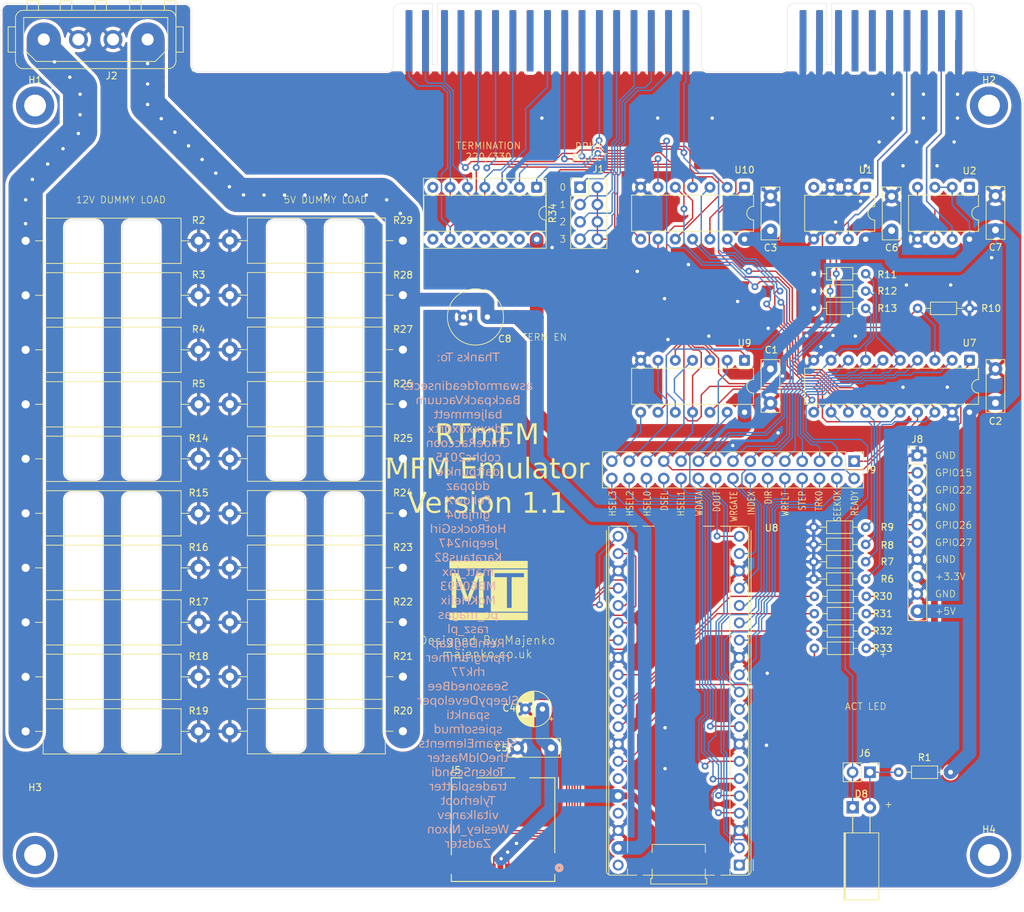
<source format=kicad_pcb>
(kicad_pcb (version 20241229) (generator "pcbnew") (generator_version "9.0")
  (layers (0 "F.Cu" signal) (2 "B.Cu" signal) (13 "F.Paste" user) (15 "B.Paste" user) (5 "F.SilkS" user "F.Silkscreen") (7 "B.SilkS" user "B.Silkscreen") (1 "F.Mask" user) (3 "B.Mask" user) (25 "Edge.Cuts" user))
  (net 0 "")
  (net 1 "VCC")
  (net 2 "GND")
  (net 3 "VDD")
  (net 4 "/HEAD0")
  (net 5 "/HEAD1")
  (net 6 "/HEAD2")
  (net 7 "/HEAD3")
  (net 8 "/WRGATE")
  (net 9 "/STEP")
  (net 10 "/DIRECTION")
  (net 11 "/WDATA")
  (net 12 "/WDATAP")
  (net 14 "/WDATAN")
  (net 15 "/DOUT")
  (net 16 "/RDATAP")
  (net 17 "/RDATAN")
  (net 19 "/DSEL")
  (net 20 "/DRIVE2")
  (net 21 "/DRIVE3")
  (net 22 "/DRIVE0")
  (net 23 "/DRIVE1")
  (net 24 "/SEEK_CMPLT")
  (net 25 "/TRACK0")
  (net 26 "/WRITE_FAULT")
  (net 27 "/INDEX")
  (net 28 "/READY")
  (net 29 "/pSTEP")
  (net 30 "/pDIRECTION")
  (net 31 "/pWRGATE")
  (net 32 "/pREADY")
  (net 33 "/pWRITE_FAULT")
  (net 34 "/pINDEX")
  (net 35 "/pSEEK_CMPLT")
  (net 36 "/pTRACK0")
  (net 37 "/DRV_LED")
  (net 38 "/HSEL2")
  (net 39 "/HSEL1")
  (net 40 "/HSEL0")
  (net 41 "/DSEL_INV")
  (net 42 "/ocSEEK_CMPLT")
  (net 43 "/ocINDEX")
  (net 44 "/ocDRV_SLCTD")
  (net 45 "/ocREADY")
  (net 46 "/ocTRACK0")
  (net 47 "/ocWRITE_FAULT")
  (net 48 "/SD_DAT3")
  (net 50 "/SD_DAT1")
  (net 51 "/SD_CLK")
  (net 52 "/SD_CMD")
  (net 53 "/SD_DAT2")
  (net 54 "/SD_DAT0")
  (net 58 "Net-(J8-Pin_2)")
  (net 59 "/IO0")
  (net 61 "Net-(J8-Pin_3)")
  (net 70 "+12V")
  (net 71 "/IO1")
  (net 72 "/IO2")
  (net 73 "/IO3")
  (net 74 "Net-(J8-Pin_5)")
  (net 75 "Net-(J8-Pin_6)")
  (net 76 "/HSEL3")
  (net 77 "Net-(D8-K)")
  (net 78 "Net-(D8-A)")
  (net 79 "/xHSEL3")
  (net 80 "/xDSEL")
  (net 81 "/xpWRGATE")
  (net 82 "/xpINDEX")
  (net 83 "/xDOUT")
  (net 84 "/xpSTEP")
  (net 85 "/xpWRITE_FAULT")
  (net 86 "/xHSEL0")
  (net 87 "/xpSEEK_CMPLT")
  (net 88 "/xpTRACK0")
  (net 89 "/xHSEL1")
  (net 90 "/xWDATA")
  (net 91 "/xpREADY")
  (net 92 "/xpDIRECTION")
  (net 93 "/xHSEL2")
  (footprint "Capacitor_THT:C_Disc_D7.5mm_W2.5mm_P5.00mm" (layer "F.Cu") (at 142.934 83.66 -90)
    (property "Reference" "C1")
    (property "Value" "100nF")
  )
  (footprint "Resistor_THT:R_Axial_DIN0204_L3.6mm_D1.6mm_P7.62mm_Horizontal" (layer "F.Cu") (at 149.284 72.23)
    (property "Reference" "R12")
    (property "Value" "10K")
  )
  (footprint "LED_THT:LED_Rectangular_W5.0mm_H2.0mm_Horizontal_O3.81mm_Z3.0mm" (layer "F.Cu") (at 155 148)
    (property "Reference" "D8")
    (property "Value" "LED")
  )
  (footprint "Resistor_THT:R_Axial_Power_L20.0mm_W6.4mm_P25.40mm" (layer "F.Cu") (at 33.612 88.852)
    (property "Reference" "R5")
    (property "Value" "R")
  )
  (footprint "Package_DIP:DIP-8_W7.62mm" (layer "F.Cu") (at 172.144 56.995 -90)
    (property "Reference" "U2")
    (property "Value" "SN75176AP")
  )
  (footprint "Resistor_THT:R_Axial_DIN0204_L3.6mm_D1.6mm_P7.62mm_Horizontal" (layer "F.Cu") (at 156.904 106.88 180)
    (property "Reference" "R9")
    (property "Value" "10K")
  )
  (footprint "Package_DIP:DIP-14_W7.62mm_Socket" (layer "F.Cu") (at 108.62 57 -90)
    (property "Reference" "R34")
    (property "Value" "220/330")
  )
  (footprint "footprints:503182-1852_MOL" (layer "F.Cu") (at 103.686 162.495799 180)
    (property "Reference" "J5")
    (property "Value" "Micro_SD_Card")
  )
  (footprint "MountingHole:MountingHole_3.2mm_M3_DIN965_Pad_TopBottom" (layer "F.Cu") (at 35 155)
    (property "Reference" "H3")
    (property "Value" "MountingHole")
  )
  (footprint "Capacitor_THT:C_Disc_D7.5mm_W2.5mm_P5.00mm" (layer "F.Cu") (at 142.934 63.34 90)
    (property "Reference" "C3")
    (property "Value" "100nF")
  )
  (footprint "Connector_PinHeader_2.54mm:PinHeader_2x04_P2.54mm_Vertical" (layer "F.Cu") (at 114.994 56.99)
    (property "Reference" "J1")
    (property "Value" "Conn_02x04_Odd_Even")
  )
  (footprint "Resistor_THT:R_Axial_Power_L20.0mm_W6.4mm_P25.40mm" (layer "F.Cu") (at 88.984 88.8296 180)
    (property "Reference" "R26")
    (property "Value" "R")
  )
  (footprint "Connector_TE-Connectivity:TE_MATE-N-LOK_350211-1_1x04_P5.08mm_Vertical" (layer "F.Cu") (at 36.279 35.305)
    (property "Reference" "J2")
    (property "Value" "Conn_01x04")
  )
  (footprint "Capacitor_THT:C_Disc_D7.5mm_W2.5mm_P5.00mm" (layer "F.Cu") (at 110.761 139.273 180)
    (property "Reference" "C5")
    (property "Value" "100nF")
  )
  (footprint "Resistor_THT:R_Axial_DIN0204_L3.6mm_D1.6mm_P7.62mm_Horizontal" (layer "F.Cu") (at 156.904 114.5 180)
    (property "Reference" "R6")
    (property "Value" "10K")
  )
  (footprint "Resistor_THT:R_Axial_Power_L20.0mm_W6.4mm_P25.40mm" (layer "F.Cu") (at 88.984 120.8296 180)
    (property "Reference" "R22")
    (property "Value" "R")
  )
  (footprint "Connector_PinHeader_2.54mm:PinHeader_1x10_P2.54mm_Vertical" (layer "F.Cu") (at 164.484 96.36)
    (property "Reference" "J8")
    (property "Value" "Conn_01x10")
  )
  (footprint "Resistor_THT:R_Axial_Power_L20.0mm_W6.4mm_P25.40mm" (layer "F.Cu") (at 88.984 104.8296 180)
    (property "Reference" "R24")
    (property "Value" "R")
  )
  (footprint "Resistor_THT:R_Axial_DIN0204_L3.6mm_D1.6mm_P7.62mm_Horizontal" (layer "F.Cu") (at 149.371 124.66)
    (property "Reference" "R33")
    (property "Value" "100R")
  )
  (footprint "MountingHole:MountingHole_3.2mm_M3_DIN965_Pad_TopBottom" (layer "F.Cu") (at 175 45)
    (property "Reference" "H2")
    (property "Value" "MountingHole")
  )
  (footprint "Resistor_THT:R_Axial_Power_L20.0mm_W6.4mm_P25.40mm" (layer "F.Cu") (at 88.984 96.8296 180)
    (property "Reference" "R25")
    (property "Value" "R")
  )
  (footprint "Resistor_THT:R_Axial_DIN0204_L3.6mm_D1.6mm_P7.62mm_Horizontal" (layer "F.Cu") (at 149.371 119.58)
    (property "Reference" "R31")
    (property "Value" "100R")
  )
  (footprint "Package_DIP:DIP-8_W7.62mm" (layer "F.Cu") (at 156.904 56.995 -90)
    (property "Reference" "U1")
    (property "Value" "SN75176AP")
  )
  (footprint "Resistor_THT:R_Axial_DIN0204_L3.6mm_D1.6mm_P7.62mm_Horizontal" (layer "F.Cu") (at 149.284 74.77)
    (property "Reference" "R13")
    (property "Value" "10K")
  )
  (footprint "Resistor_THT:R_Axial_Power_L20.0mm_W6.4mm_P25.40mm" (layer "F.Cu") (at 33.612 128.852)
    (property "Reference" "R18")
    (property "Value" "R")
  )
  (footprint "Resistor_THT:R_Axial_Power_L20.0mm_W6.4mm_P25.40mm" (layer "F.Cu") (at 88.984 128.8296 180)
    (property "Reference" "R21")
    (property "Value" "R")
  )
  (footprint "Capacitor_THT:C_Radial_D8.0mm_H11.5mm_P3.50mm" (layer "F.Cu") (at 101.384 76.04 180)
    (property "Reference" "C8")
    (property "Value" "100uF")
  )
  (footprint "Resistor_THT:R_Axial_Power_L20.0mm_W6.4mm_P25.40mm" (layer "F.Cu") (at 33.612 80.852)
    (property "Reference" "R4")
    (property "Value" "R")
  )
  (footprint "Resistor_THT:R_Axial_DIN0204_L3.6mm_D1.6mm_P7.62mm_Horizontal" (layer "F.Cu") (at 149.371 122.12)
    (property "Reference" "R32")
    (property "Value" "100R")
  )
  (footprint "Connector_PinHeader_2.54mm:PinHeader_1x02_P2.54mm_Vertical" (layer "F.Cu") (at 157.525 142.85 -90)
    (property "Reference" "J6")
    (property "Value" "Conn_01x02")
  )
  (footprint "Resistor_THT:R_Axial_DIN0204_L3.6mm_D1.6mm_P7.62mm_Horizontal" (layer "F.Cu") (at 149.371 117.04)
    (property "Reference" "R30")
    (property "Value" "100R")
  )
  (footprint "Package_DIP:DIP-14_W7.62mm" (layer "F.Cu") (at 139.124 82.395 -90)
    (property "Reference" "U9")
    (property "Value" "74HCT04")
  )
  (footprint "MountingHole:MountingHole_3.2mm_M3_DIN965_Pad_TopBottom" (layer "F.Cu") (at 175 155)
    (property "Reference" "H4")
    (property "Value" "MountingHole")
  )
  (footprint "Resistor_THT:R_Axial_Power_L20.0mm_W6.4mm_P25.40mm" (layer "F.Cu") (at 33.612 112.852)
    (property "Reference" "R16")
    (property "Value" "R")
  )
  (footprint "Resistor_THT:R_Axial_Power_L20.0mm_W6.4mm_P25.40mm" (layer "F.Cu") (at 33.612 120.852)
    (property "Reference" "R17")
    (property "Value" "R")
  )
  (footprint "Capacitor_THT:C_Disc_D7.5mm_W2.5mm_P5.00mm" (layer "F.Cu") (at 175.954 88.66 90)
    (property "Reference" "C2")
    (property "Value" "100nF")
  )
  (footprint "Resistor_THT:R_Axial_Power_L20.0mm_W6.4mm_P25.40mm" (layer "F.Cu") (at 33.612 64.852)
    (property "Reference" "R2")
    (property "Value" "R")
  )
  (footprint "Package_DIP:DIP-20_W7.62mm" (layer "F.Cu") (at 172.144 82.39 -90)
    (property "Reference" "U7")
    (property "Value" "74HCT244")
  )
  (footprint "Capacitor_THT:C_Disc_D7.5mm_W2.5mm_P5.00mm" (layer "F.Cu") (at 160.714 63.34 90)
    (property "Reference" "C6")
    (property "Value" "100nF")
  )
  (footprint "Resistor_THT:R_Axial_DIN0204_L3.6mm_D1.6mm_P7.62mm_Horizontal" (layer "F.Cu") (at 169.36 142.85 180)
    (property "Reference" "R1")
    (property "Value" "470R")
  )
  (footprint "Resistor_THT:R_Axial_Power_L20.0mm_W6.4mm_P25.40mm" (layer "F.Cu") (at 88.984 136.8296 180)
    (property "Reference" "R20")
    (property "Value" "R")
  )
  (footprint "Module:RaspberryPi_Pico_Common_THT" (layer "F.Cu") (at 138.361 156.483 180)
    (property "Reference" "U8")
    (property "Value" "Pico")
  )
  (footprint "Resistor_THT:R_Axial_DIN0204_L3.6mm_D1.6mm_P7.62mm_Horizontal" (layer "F.Cu") (at 156.904 109.42 180)
    (property "Reference" "R8")
    (property "Value" "10K")
  )
  (footprint "Resistor_THT:R_Axial_DIN0204_L3.6mm_D1.6mm_P7.62mm_Horizontal" (layer "F.Cu") (at 149.284 69.69)
    (property "Reference" "R11")
    (property "Value" "10K")
  )
  (footprint "Resistor_THT:R_Axial_DIN0204_L3.6mm_D1.6mm_P7.62mm_Horizontal" (layer "F.Cu") (at 164.524 74.77)
    (property "Reference" "R10")
    (property "Value" "10K")
  )
  (footprint "Resistor_THT:R_Axial_Power_L20.0mm_W6.4mm_P25.40mm" (layer "F.Cu") (at 88.984 80.8296 180)
    (property "Reference" "R27")
    (property "Value" "R")
  )
  (footprint "Resistor_THT:R_Axial_Power_L20.0mm_W6.4mm_P25.40mm" (layer "F.Cu") (at 88.984 64.8296 180)
    (property "Reference" "R29")
    (property "Value" "R")
  )
  (footprint "MountingHole:MountingHole_3.2mm_M3_DIN965_Pad_TopBottom" (layer "F.Cu") (at 35 45)
    (property "Reference" "H1")
    (property "Value" "MountingHole")
  )
  (footprint "Package_DIP:DIP-14_W7.62mm" (layer "F.Cu") (at 139.124 56.99 -90)
    (property "Reference" "U10")
    (property "Value" "74LS06")
  )
  (footprint "Capacitor_THT:C_Disc_D7.5mm_W2.5mm_P5.00mm" (layer "F.Cu") (at 175.954 63.26 90)
    (property "Reference" "C7")
    (property "Value" "100nF")
  )
  (footprint "Resistor_THT:R_Axial_Power_L20.0mm_W6.4mm_P25.40mm" (layer "F.Cu") (at 33.612 96.852)
    (property "Reference" "R14")
    (property "Value" "R")
  )
  (footprint "Resistor_THT:R_Axial_Power_L20.0mm_W6.4mm_P25.40mm" (layer "F.Cu") (at 33.612 72.852)
    (property "Reference" "R3")
    (property "Value" "R")
  )
  (footprint "Resistor_THT:R_Axial_Power_L20.0mm_W6.4mm_P25.40mm" (layer "F.Cu") (at 33.612 136.852)
    (property "Reference" "R19")
    (property "Value" "R")
  )
  (footprint "Resistor_THT:R_Axial_Power_L20.0mm_W6.4mm_P25.40mm" (layer "F.Cu") (at 88.984 112.8296 180)
    (property "Reference" "R23")
    (property "Value" "R")
  )
  (footprint "Resistor_THT:R_Axial_Power_L20.0mm_W6.4mm_P25.40mm" (layer "F.Cu") (at 33.612 104.852)
    (property "Reference" "R15")
    (property "Value" "R")
  )
  (footprint "Resistor_THT:R_Axial_Power_L20.0mm_W6.4mm_P25.40mm" (layer "F.Cu") (at 88.984 72.8296 180)
    (property "Reference" "R28")
    (property "Value" "R")
  )
  (footprint "Capacitor_THT:CP_Radial_D5.0mm_P2.50mm" (layer "F.Cu") (at 109.466112 133.558 180)
    (property "Reference" "C4")
    (property "Value" "10uF")
  )
  (footprint "Resistor_THT:R_Axial_DIN0204_L3.6mm_D1.6mm_P7.62mm_Horizontal" (layer "F.Cu") (at 156.904 111.96 180)
    (property "Reference" "R7")
    (property "Value" "10K")
  )
  (footprint "Connector_PinHeader_2.54mm:PinHeader_2x15_P2.54mm_Vertical" (layer "F.Cu") (at 155.21 97.2 -90)
    (property "Reference" "J9")
    (property "Value" "Conn_02x15_Odd_Even")
  )
  (footprint "CardEdge:PCB Edge 2.54 pitch 34 pin" (layer "B.Cu") (at 133.784 40 -90)
    (property "Reference" "J3" (hide yes))
    (property "Value" "Conn_02x17_Odd_Even")
    (fp_line (start -1 46.2) (end -9 46.2) (stroke (width 0.05)) (layer "Edge.Cuts"))
    (fp_line (start -10 45.2) (end -10 40.475) (stroke (width 0.05)) (layer "Edge.Cuts"))
    (fp_line (start -1 40.481) (end -1 39.719) (stroke (width 0.05)) (layer "Edge.Cuts"))
    (fp_line (start -10 40.475) (end -2.667 40.475) (stroke (width 0.05)) (layer "Edge.Cuts"))
    (fp_line (start -2.667 40.475) (end -1 40.481) (stroke (width 0.05)) (layer "Edge.Cuts"))
    (fp_line (start -1 39.719) (end -10 39.713) (stroke (width 0.05)) (layer "Edge.Cuts"))
    (fp_line (start -10 39.713) (end -10 2) (stroke (width 0.05)) (layer "Edge.Cuts"))
    (fp_line (start -9 1) (end -1 1) (stroke (width 0.05)) (layer "Edge.Cuts"))
    (fp_arc (start -9 46.2) (mid -9.707107 45.907107) (end -10 45.2) (stroke (width 0.05)) (layer "Edge.Cuts"))
    (fp_arc (start -1 46.2) (mid -0.292893 46.492893) (end 0 47.2) (stroke (width 0.05)) (layer "Edge.Cuts"))
    (fp_arc (start -10 2) (mid -9.707107 1.292893) (end -9 1) (stroke (width 0.05)) (layer "Edge.Cuts"))
    (fp_arc (start 0 0) (mid -0.292893 0.707107) (end -1 1) (stroke (width 0.05)) (layer "Edge.Cuts"))
  )
  (footprint "CardEdge:PCB Edge 2.54 pitch 20 pin" (layer "B.Cu") (at 173.823999 40 -90)
    (property "Reference" "J4" (hide yes))
    (property "Value" "Conn_02x10_Odd_Even")
    (fp_line (start -1 28.399998) (end -9 28.399998) (stroke (width 0.05)) (layer "Edge.Cuts"))
    (fp_line (start -9.999999 27.399998) (end -10 22.674999) (stroke (width 0.05)) (layer "Edge.Cuts"))
    (fp_line (start -1 22.681) (end -1 21.919) (stroke (width 0.05)) (layer "Edge.Cuts"))
    (fp_line (start -10 22.674999) (end -1 22.674999) (stroke (width 0.05)) (layer "Edge.Cuts"))
    (fp_line (start -1 21.919) (end -10 21.912999) (stroke (width 0.05)) (layer "Edge.Cuts"))
    (fp_line (start -10 21.912999) (end -10 2.000001) (stroke (width 0.05)) (layer "Edge.Cuts"))
    (fp_line (start -9 0.999998) (end -1 0.999998) (stroke (width 0.05)) (layer "Edge.Cuts"))
    (fp_arc (start -1.000001 28.4) (mid -0.292894 28.692893) (end -0.000001 29.4) (stroke (width 0.05)) (layer "Edge.Cuts"))
    (fp_arc (start -8.999999 28.399997) (mid -9.707106 28.107104) (end -9.999999 27.399997) (stroke (width 0.05)) (layer "Edge.Cuts"))
    (fp_arc (start -10 2.000001) (mid -9.707107 1.292894) (end -9 1.000001) (stroke (width 0.05)) (layer "Edge.Cuts"))
    (fp_arc (start -0.000001 0) (mid -0.292894 0.707107) (end -1.000001 1) (stroke (width 0.05)) (layer "Edge.Cuts"))
  )
  (gr_rect (start 95.861 111.883) (end 107.261 112.883) (stroke (width 0.1)) (fill yes) (layer "F.SilkS"))
  (gr_rect (start 95.861 119.483) (end 107.261 120.483) (stroke (width 0.1)) (fill yes) (layer "F.SilkS"))
  (gr_arc (start 59 40) (mid 58.292893 39.707107) (end 58 39) (stroke (width 0.05)) (layer "Edge.Cuts"))
  (gr_line (start 44.85 62.8412) (end 44.85 98.8412) (stroke (width 0.05)) (layer "Edge.Cuts"))
  (gr_line (start 78.6 61.8412) (end 82.1 61.8412) (stroke (width 0.05)) (layer "Edge.Cuts"))
  (gr_line (start 175 160) (end 35 160) (stroke (width 0.05)) (layer "Edge.Cuts"))
  (gr_line (start 73.6 139.8412) (end 70.1 139.8412) (stroke (width 0.05)) (layer "Edge.Cuts"))
  (gr_arc (start 180 155) (mid 178.535534 158.535534) (end 175 160) (stroke (width 0.05)) (layer "Edge.Cuts"))
  (gr_line (start 173.824 40) (end 175 40) (stroke (width 0.05)) (layer "Edge.Cuts"))
  (gr_line (start 77.6 98.8412) (end 77.6 62.8412) (stroke (width 0.05)) (layer "Edge.Cuts"))
  (gr_arc (start 73.6 61.8412) (mid 74.307107 62.134093) (end 74.6 62.8412) (stroke (width 0.05)) (layer "Edge.Cuts"))
  (gr_arc (start 82.1 101.8412) (mid 82.807107 102.134093) (end 83.1 102.8412) (stroke (width 0.05)) (layer "Edge.Cuts"))
  (gr_arc (start 69.1 62.8412) (mid 69.392893 62.134093) (end 70.1 61.8412) (stroke (width 0.05)) (layer "Edge.Cuts"))
  (gr_line (start 180 45) (end 180 155) (stroke (width 0.05)) (layer "Edge.Cuts"))
  (gr_line (start 82.1 139.8412) (end 78.6 139.8412) (stroke (width 0.05)) (layer "Edge.Cuts"))
  (gr_line (start 44.85 102.8412) (end 44.85 138.8412) (stroke (width 0.05)) (layer "Edge.Cuts"))
  (gr_line (start 47.85 138.8412) (end 47.85 102.8412) (stroke (width 0.05)) (layer "Edge.Cuts"))
  (gr_arc (start 53.35 98.8412) (mid 53.057107 99.548307) (end 52.35 99.8412) (stroke (width 0.05)) (layer "Edge.Cuts"))
  (gr_arc (start 83.1 98.8412) (mid 82.807107 99.548307) (end 82.1 99.8412) (stroke (width 0.05)) (layer "Edge.Cuts"))
  (gr_arc (start 74.6 98.8412) (mid 74.307107 99.548307) (end 73.6 99.8412) (stroke (width 0.05)) (layer "Edge.Cuts"))
  (gr_arc (start 52.35 101.8412) (mid 53.057107 102.134093) (end 53.35 102.8412) (stroke (width 0.05)) (layer "Edge.Cuts"))
  (gr_line (start 77.6 138.8412) (end 77.6 102.8412) (stroke (width 0.05)) (layer "Edge.Cuts"))
  (gr_arc (start 73.6 101.8412) (mid 74.307107 102.134093) (end 74.6 102.8412) (stroke (width 0.05)) (layer "Edge.Cuts"))
  (gr_arc (start 30 31) (mid 30.292893 30.292893) (end 31 30) (stroke (width 0.05)) (layer "Edge.Cuts"))
  (gr_arc (start 175 40) (mid 178.535534 41.464466) (end 180 45) (stroke (width 0.05)) (layer "Edge.Cuts"))
  (gr_line (start 74.6 102.8412) (end 74.6 138.8412) (stroke (width 0.05)) (layer "Edge.Cuts"))
  (gr_arc (start 44.85 138.8412) (mid 44.557107 139.548307) (end 43.85 139.8412) (stroke (width 0.05)) (layer "Edge.Cuts"))
  (gr_line (start 53.35 102.8412) (end 53.35 138.8412) (stroke (width 0.05)) (layer "Edge.Cuts"))
  (gr_line (start 86.584 40) (end 59 40) (stroke (width 0.05)) (layer "Edge.Cuts"))
  (gr_line (start 69.1 138.8412) (end 69.1 102.8412) (stroke (width 0.05)) (layer "Edge.Cuts"))
  (gr_line (start 40.35 61.8412) (end 43.85 61.8412) (stroke (width 0.05)) (layer "Edge.Cuts"))
  (gr_line (start 48.85 101.8412) (end 52.35 101.8412) (stroke (width 0.05)) (layer "Edge.Cuts"))
  (gr_line (start 48.85 61.8412) (end 52.35 61.8412) (stroke (width 0.05)) (layer "Edge.Cuts"))
  (gr_line (start 43.85 99.8412) (end 40.35 99.8412) (stroke (width 0.05)) (layer "Edge.Cuts"))
  (gr_line (start 70.1 61.8412) (end 73.6 61.8412) (stroke (width 0.05)) (layer "Edge.Cuts"))
  (gr_arc (start 48.85 139.8412) (mid 48.142893 139.548307) (end 47.85 138.8412) (stroke (width 0.05)) (layer "Edge.Cuts"))
  (gr_arc (start 70.1 139.8412) (mid 69.392893 139.548307) (end 69.1 138.8412) (stroke (width 0.05)) (layer "Edge.Cuts"))
  (gr_line (start 57 30) (end 31 30) (stroke (width 0.05)) (layer "Edge.Cuts"))
  (gr_arc (start 82.1 61.8412) (mid 82.807107 62.134093) (end 83.1 62.8412) (stroke (width 0.05)) (layer "Edge.Cuts"))
  (gr_arc (start 57 30) (mid 57.707107 30.292893) (end 58 31) (stroke (width 0.05)) (layer "Edge.Cuts"))
  (gr_line (start 78.6 101.8412) (end 82.1 101.8412) (stroke (width 0.05)) (layer "Edge.Cuts"))
  (gr_line (start 39.35 138.8412) (end 39.35 102.8412) (stroke (width 0.05)) (layer "Edge.Cuts"))
  (gr_line (start 83.1 62.8412) (end 83.1 98.8412) (stroke (width 0.05)) (layer "Edge.Cuts"))
  (gr_line (start 69.1 98.8412) (end 69.1 62.8412) (stroke (width 0.05)) (layer "Edge.Cuts"))
  (gr_arc (start 40.35 99.8412) (mid 39.642893 99.548307) (end 39.35 98.8412) (stroke (width 0.05)) (layer "Edge.Cuts"))
  (gr_line (start 73.6 99.8412) (end 70.1 99.8412) (stroke (width 0.05)) (layer "Edge.Cuts"))
  (gr_arc (start 53.35 138.8412) (mid 53.057107 139.548307) (end 52.35 139.8412) (stroke (width 0.05)) (layer "Edge.Cuts"))
  (gr_arc (start 74.6 138.8412) (mid 74.307107 139.548307) (end 73.6 139.8412) (stroke (width 0.05)) (layer "Edge.Cuts"))
  (gr_arc (start 35 160) (mid 31.464466 158.535534) (end 30 155) (stroke (width 0.05)) (layer "Edge.Cuts"))
  (gr_line (start 83.1 102.8412) (end 83.1 138.8412) (stroke (width 0.05)) (layer "Edge.Cuts"))
  (gr_arc (start 44.85 98.8412) (mid 44.557107 99.548307) (end 43.85 99.8412) (stroke (width 0.05)) (layer "Edge.Cuts"))
  (gr_line (start 70.1 101.8412) (end 73.6 101.8412) (stroke (width 0.05)) (layer "Edge.Cuts"))
  (gr_arc (start 52.35 61.8412) (mid 53.057107 62.134093) (end 53.35 62.8412) (stroke (width 0.05)) (layer "Edge.Cuts"))
  (gr_line (start 52.35 99.8412) (end 48.85 99.8412) (stroke (width 0.05)) (layer "Edge.Cuts"))
  (gr_arc (start 48.85 99.8412) (mid 48.142893 99.548307) (end 47.85 98.8412) (stroke (width 0.05)) (layer "Edge.Cuts"))
  (gr_arc (start 78.6 139.8412) (mid 77.892893 139.548307) (end 77.6 138.8412) (stroke (width 0.05)) (layer "Edge.Cuts"))
  (gr_line (start 47.85 98.8412) (end 47.85 62.8412) (stroke (width 0.05)) (layer "Edge.Cuts"))
  (gr_arc (start 47.85 62.8412) (mid 48.142893 62.134093) (end 48.85 61.8412) (stroke (width 0.05)) (layer "Edge.Cuts"))
  (gr_line (start 144.423999 39.999999) (end 133.784 40) (stroke (width 0.05)) (layer "Edge.Cuts"))
  (gr_arc (start 39.35 102.8412) (mid 39.642893 102.134093) (end 40.35 101.8412) (stroke (width 0.05)) (layer "Edge.Cuts"))
  (gr_arc (start 39.35 62.8412) (mid 39.642893 62.134093) (end 40.35 61.8412) (stroke (width 0.05)) (layer "Edge.Cuts"))
  (gr_arc (start 77.6 62.8412) (mid 77.892893 62.134093) (end 78.6 61.8412) (stroke (width 0.05)) (layer "Edge.Cuts"))
  (gr_line (start 30 31) (end 30 155) (stroke (width 0.05)) (layer "Edge.Cuts"))
  (gr_line (start 82.1 99.8412) (end 78.6 99.8412) (stroke (width 0.05)) (layer "Edge.Cuts"))
  (gr_arc (start 77.6 102.8412) (mid 77.892893 102.134093) (end 78.6 101.8412) (stroke (width 0.05)) (layer "Edge.Cuts"))
  (gr_arc (start 69.1 102.8412) (mid 69.392893 102.134093) (end 70.1 101.8412) (stroke (width 0.05)) (layer "Edge.Cuts"))
  (gr_line (start 74.6 62.8412) (end 74.6 98.8412) (stroke (width 0.05)) (layer "Edge.Cuts"))
  (gr_arc (start 43.85 101.8412) (mid 44.557107 102.134093) (end 44.85 102.8412) (stroke (width 0.05)) (layer "Edge.Cuts"))
  (gr_arc (start 70.1 99.8412) (mid 69.392893 99.548307) (end 69.1 98.8412) (stroke (width 0.05)) (layer "Edge.Cuts"))
  (gr_line (start 43.85 139.8412) (end 40.35 139.8412) (stroke (width 0.05)) (layer "Edge.Cuts"))
  (gr_line (start 53.35 62.8412) (end 53.35 98.8412) (stroke (width 0.05)) (layer "Edge.Cuts"))
  (gr_arc (start 83.1 138.8412) (mid 82.807107 139.548307) (end 82.1 139.8412) (stroke (width 0.05)) (layer "Edge.Cuts"))
  (gr_arc (start 78.6 99.8412) (mid 77.892893 99.548307) (end 77.6 98.8412) (stroke (width 0.05)) (layer "Edge.Cuts"))
  (gr_arc (start 40.35 139.8412) (mid 39.642893 139.548307) (end 39.35 138.8412) (stroke (width 0.05)) (layer "Edge.Cuts"))
  (gr_line (start 58 39) (end 58 31) (stroke (width 0.05)) (layer "Edge.Cuts"))
  (gr_line (start 40.35 101.8412) (end 43.85 101.8412) (stroke (width 0.05)) (layer "Edge.Cuts"))
  (gr_arc (start 43.85 61.8412) (mid 44.557107 62.134093) (end 44.85 62.8412) (stroke (width 0.05)) (layer "Edge.Cuts"))
  (gr_line (start 39.35 98.8412) (end 39.35 62.8412) (stroke (width 0.05)) (layer "Edge.Cuts"))
  (gr_line (start 52.35 139.8412) (end 48.85 139.8412) (stroke (width 0.05)) (layer "Edge.Cuts"))
  (gr_arc (start 47.85 102.8412) (mid 48.142893 102.134093) (end 48.85 101.8412) (stroke (width 0.05)) (layer "Edge.Cuts"))
  (gr_text "DOUT" (at 135.05 101.5 90) (layer "F.SilkS") (effects (font (size 1 0.8) (thickness 0.1)) (justify right)))
  (gr_text "HSEL3" (at 119.761 101.473 90) (layer "F.SilkS") (effects (font (size 1 0.8) (thickness 0.1)) (justify right)))
  (gr_text "WRGATE" (at 137.55 101.5 90) (layer "F.SilkS") (effects (font (size 1 0.8) (thickness 0.1)) (justify right)))
  (gr_text "Designed By Majenko" (at 101.361 123.483 0) (layer "F.SilkS") (effects (font (size 1.25 1.25) (thickness 0.1))))
  (gr_text "2" (at 112.454 62.07 0) (layer "F.SilkS") (effects (font (size 1 1) (thickness 0.1))))
  (gr_text "WRFLT" (at 145.1 101.6 90) (layer "F.SilkS") (effects (font (size 1 0.8) (thickness 0.1)) (justify right)))
  (gr_text "READY" (at 155.3 101.473 90) (layer "F.SilkS") (effects (font (size 1 0.8) (thickness 0.1)) (justify right)))
  (gr_text "5V DUMMY LOAD" (at 77.6 58.84 0) (layer "F.SilkS") (effects (font (size 1 1) (thickness 0.1))))
  (gr_text "SEEKOK" (at 152.75 101.346 90) (layer "F.SilkS") (effects (font (size 1 0.8) (thickness 0.1)) (justify right)))
  (gr_text "DIR" (at 142.621 101.473 90) (layer "F.SilkS") (effects (font (size 1 0.8) (thickness 0.1)) (justify right)))
  (gr_text "GPIO26" (at 167.024 106.5962 0) (layer "F.SilkS") (effects (font (size 1 1) (thickness 0.1)) (justify left)))
  (gr_text "HSEL1" (at 129.794 101.473 90) (layer "F.SilkS") (effects (font (size 1 0.8) (thickness 0.1)) (justify right)))
  (gr_text "STEP" (at 147.6 101.473 90) (layer "F.SilkS") (effects (font (size 1 0.8) (thickness 0.1)) (justify right)))
  (gr_text "GND" (at 167.024 103.98 0) (layer "F.SilkS") (effects (font (size 1 1) (thickness 0.1)) (justify left)))
  (gr_text "GPIO22" (at 167.024 101.44 0) (layer "F.SilkS") (effects (font (size 1 1) (thickness 0.1)) (justify left)))
  (gr_text "DRIVE\nSELECT" (at 116.384 51.79 0) (layer "F.SilkS") (effects (font (size 1 1) (thickness 0.1))))
  (gr_text "TERM EN" (at 109.784 79 0) (layer "F.SilkS") (effects (font (size 1 1) (thickness 0.1))))
  (gr_text "+" (at 159.554 125.57 270) (layer "F.SilkS") (effects (font (size 1 1) (thickness 0.1))))
  (gr_text "GND" (at 167.024 111.6 0) (layer "F.SilkS") (effects (font (size 1 1) (thickness 0.1)) (justify left)))
  (gr_text "ACT LED" (at 156.904 133.19 0) (layer "F.SilkS") (effects (font (size 1 1) (thickness 0.1))))
  (gr_text "TERMINATION\n220/330" (at 101.55 53.1 0) (layer "F.SilkS") (effects (font (size 1 1) (thickness 0.1)) (justify bottom)))
  (gr_text "T" (at 102.461 119.583 0) (layer "F.SilkS" knockout) (effects (font (size 5 5) (thickness 0.1)) (justify left bottom)))
  (gr_text "TRK0" (at 150.05 101.473 90) (layer "F.SilkS") (effects (font (size 1 0.8) (thickness 0.1)) (justify right)))
  (gr_text "HSEL2" (at 122.301 101.473 90) (layer "F.SilkS") (effects (font (size 1 0.8) (thickness 0.1)) (justify right)))
  (gr_text "INDEX" (at 140.134324 101.543976 90) (layer "F.SilkS") (effects (font (size 1 0.8) (thickness 0.1)) (justify right)))
  (gr_text "HSEL0" (at 124.841 101.5 90) (layer "F.SilkS") (effects (font (size 1 0.8) (thickness 0.1)) (justify right)))
  (gr_text "GND" (at 167.024 116.68 0) (layer "F.SilkS") (effects (font (size 1 1) (thickness 0.1)) (justify left)))
  (gr_text "GPIO15" (at 167.024 98.9 0) (layer "F.SilkS") (effects (font (size 1 1) (thickness 0.1)) (justify left)))
  (gr_text "M" (at 95.461 119.583 0) (layer "F.SilkS") (effects (font (size 5 5) (thickness 0.1)) (justify left bottom)))
  (gr_text "majenko.co.uk" (at 101.361 125.483 0) (layer "F.SilkS") (effects (font (size 1.25 1.25) (thickness 0.1))))
  (gr_text "+5V" (at 167.024 119.22 0) (layer "F.SilkS") (effects (font (size 1 1) (thickness 0.1)) (justify left)))
  (gr_text "1" (at 112.454 59.53 0) (layer "F.SilkS") (effects (font (size 1 1) (thickness 0.1))))
  (gr_text "0" (at 112.454 57 0) (layer "F.SilkS") (effects (font (size 1 1) (thickness 0.1))))
  (gr_text "+3.3V" (at 167.024 114.14 0) (layer "F.SilkS") (effects (font (size 1 1) (thickness 0.1)) (justify left)))
  (gr_text "GPIO27" (at 167.024 109.1362 0) (layer "F.SilkS") (effects (font (size 1 1) (thickness 0.1)) (justify left)))
  (gr_text "+" (at 160.334686 147.613305 270) (layer "F.SilkS") (effects (font (size 1 1) (thickness 0.1))))
  (gr_text "3" (at 112.454 64.61 0) (layer "F.SilkS") (effects (font (size 1 1) (thickness 0.1))))
  (gr_text "12V DUMMY LOAD" (at 47.6 58.84 0) (layer "F.SilkS") (effects (font (size 1 1) (thickness 0.1))))
  (gr_text "WDATA" (at 132.461 101.5 90) (layer "F.SilkS") (effects (font (size 1 0.8) (thickness 0.1)) (justify right)))
  (gr_text "DSEL" (at 127.381 101.473 90) (layer "F.SilkS") (effects (font (size 1 0.8) (thickness 0.1)) (justify right)))
  (gr_text "GND" (at 167.024 96.36 0) (layer "F.SilkS") (effects (font (size 1 1) (thickness 0.1)) (justify left)))
  (gr_text "RTmFM\nMFM Emulator\nVersion 1.1" (at 101.361 98.483 0) (layer "F.SilkS") (effects (font (size 3 3) (thickness 0.1))))
  (gr_text "Thanks To:\n\naswarmofdeadinsects\nBackpackVacuum\nbaljemmett\ncdxxxxdxdrtx\nChloeRaccoon\ncobhc2015\ndaftpunkle\nddopaz\nFollowX\nginja04\nHotRocksGirl\nJeepin247\nKarataus82\nmatt_inx\nMB60893\nMoKHelix\npc_magas\nrasz_pl\nRemDogKap\nrfprogrammer\nrhk77\nSeasonedBee\nSleepyDeveloper\nspankti\nspiesofmud\nStreamElements\ntheOldMaster\nTokenScandi\ntradesplatter\nTylerhoot\nvitalkanev\nWesley_Nixon\nZadster" (at 98.552 81.28 0) (layer "B.SilkS") (effects (font (size 1.25 1.25) (thickness 0.1)) (justify top mirror)))
  (segment (start 85.87983 58.11983) (end 65.6 58.11983) (width 5) (layer "F.Cu") (net 1))
  (segment (start 58.27 51.67) (end 57.52 50.92) (width 5) (layer "F.Cu") (net 1))
  (segment (start 100.984 73.5) (end 88.984 73.5) (width 2) (layer "F.Cu") (net 1))
  (segment (start 139.124 92.076) (end 138.45 92.75) (width 2) (layer "F.Cu") (net 1))
  (segment (start 86.6 58.84) (end 85.87983 58.11983) (width 5) (layer "F.Cu") (net 1))
  (segment (start 56.02 49.42) (end 55.52 48.92) (width 5) (layer "F.Cu") (net 1))
  (segment (start 60.77 54.17) (end 59.52 52.92) (width 5) (layer "F.Cu") (net 1))
  (segment (start 88.984 136.8296) (end 88.984 73.5) (width 5) (layer "F.Cu") (net 1))
  (segment (start 105.683 76.04) (end 105.723 76.04) (width 2) (layer "F.Cu") (net 1))
  (segment (start 101.384 76.04) (end 105.683 76.04) (width 2) (layer "F.Cu") (net 1))
  (segment (start 105.683 76.04) (end 108.644 76.04) (width 2) (layer "F.Cu") (net 1))
  (segment (start 88.984 61.224) (end 88.6 60.84) (width 5) (layer "F.Cu") (net 1))
  (segment (start 88.984 64.884) (end 88.984 62.84) (width 5) (layer "F.Cu") (net 1))
  (segment (start 51.519 38.84) (end 51.519 37.84) (width 5) (layer "F.Cu") (net 1))
  (segment (start 64.71983 58.11983) (end 63.52 56.92) (width 5) (layer "F.Cu") (net 1))
  (segment (start 61.52 54.92) (end 60.77 54.17) (width 5) (layer "F.Cu") (net 1))
  (segment (start 101.384 73.9) (end 100.984 73.5) (width 2) (layer "F.Cu") (net 1))
  (segment (start 105.723 76.04) (end 108.644 78.961) (width 2) (layer "F.Cu") (net 1))
  (segment (start 111.2 92.75) (end 108.644 90.194) (width 2) (layer "F.Cu") (net 1))
  (segment (start 108.644 76.04) (end 108.644 78.961) (width 2) (layer "F.Cu") (net 1))
  (segment (start 101.384 76.04) (end 101.384 73.9) (width 2) (layer "F.Cu") (net 1))
  (segment (start 138.45 92.75) (end 111.2 92.75) (width 2) (layer "F.Cu") (net 1))
  (segment (start 65.6 58.11983) (end 64.71983 58.11983) (width 5) (layer "F.Cu") (net 1))
  (segment (start 57.52 50.92) (end 56.02 49.42) (width 5) (layer "F.Cu") (net 1))
  (segment (start 108.644 90.194) (end 108.644 78.961) (width 2) (layer "F.Cu") (net 1))
  (segment (start 108.62 76.016) (end 108.644 76.04) (width 2) (layer "F.Cu") (net 1))
  (segment (start 87.6 59.84) (end 86.6 58.84) (width 5) (layer "F.Cu") (net 1))
  (segment (start 55.52 48.92) (end 53.52 46.92) (width 5) (layer "F.Cu") (net 1))
  (segment (start 51.519 37.84) (end 51.519 35.305) (width 5) (layer "F.Cu") (net 1))
  (segment (start 51.519 39.34) (end 51.519 38.84) (width 5) (layer "F.Cu") (net 1))
  (segment (start 51.519 40.84) (end 51.519 39.34) (width 5) (layer "F.Cu") (net 1))
  (segment (start 63.02 56.42) (end 61.52 54.92) (width 5) (layer "F.Cu") (net 1))
  (segment (start 139.124 90.015) (end 139.124 92.076) (width 2) (layer "F.Cu") (net 1))
  (segment (start 63.52 56.92) (end 63.02 56.42) (width 5) (layer "F.Cu") (net 1))
  (segment (start 108.62 64.62) (end 108.62 76.016) (width 2) (layer "F.Cu") (net 1))
  (segment (start 88.984 62.84) (end 88.984 61.224) (width 5) (layer "F.Cu") (net 1))
  (segment (start 59.52 52.92) (end 58.27 51.67) (width 5) (layer "F.Cu") (net 1))
  (segment (start 51.519 44.84) (end 51.519 42.34) (width 5) (layer "F.Cu") (net 1))
  (segment (start 88.984 73.5) (end 88.984 64.8296) (width 5) (layer "F.Cu") (net 1))
  (segment (start 51.519 41.84) (end 51.519 40.84) (width 5) (layer "F.Cu") (net 1))
  (segment (start 51.77 45.17) (end 51.519 44.919) (width 5) (layer "F.Cu") (net 1))
  (segment (start 88.6 60.84) (end 87.6 59.84) (width 5) (layer "F.Cu") (net 1))
  (segment (start 53.52 46.92) (end 51.77 45.17) (width 5) (layer "F.Cu") (net 1))
  (segment (start 51.519 44.919) (end 51.519 44.84) (width 5) (layer "F.Cu") (net 1))
  (segment (start 51.519 42.34) (end 51.519 41.84) (width 5) (layer "F.Cu") (net 1))
  (via (at 88.6 60.84) (size 1) (drill 0.5) (layers "F.Cu" "B.Cu") (net 1))
  (via (at 57.52 50.92) (size 1) (drill 0.5) (layers "F.Cu" "B.Cu") (net 1))
  (via (at 77.6 58.133) (size 1) (drill 0.5) (layers "F.Cu" "B.Cu") (net 1))
  (via (at 55.52 48.92) (size 1) (drill 0.5) (layers "F.Cu" "B.Cu") (net 1))
  (via (at 83.6 58.133) (size 1) (drill 0.5) (layers "F.Cu" "B.Cu") (net 1))
  (via (at 51.519 44.84) (size 1) (drill 0.5) (layers "F.Cu" "B.Cu") (net 1))
  (via (at 63.52 56.92) (size 1) (drill 0.5) (layers "F.Cu" "B.Cu") (net 1))
  (via (at 86.6 58.84) (size 1) (drill 0.5) (layers "F.Cu" "B.Cu") (net 1))
  (via (at 74.6 58.133) (size 1) (drill 0.5) (layers "F.Cu" "B.Cu") (net 1))
  (via (at 71.6 58.133) (size 1) (drill 0.5) (layers "F.Cu" "B.Cu") (net 1))
  (via (at 80.6 58.133) (size 1) (drill 0.5) (layers "F.Cu" "B.Cu") (net 1))
  (via (at 65.6 58.11983) (size 1) (drill 0.5) (layers "F.Cu" "B.Cu") (net 1))
  (via (at 68.6 58.133) (size 1) (drill 0.5) (layers "F.Cu" "B.Cu") (net 1))
  (via (at 51.519 41.84) (size 1) (drill 0.5) (layers "F.Cu" "B.Cu") (net 1))
  (via (at 53.52 46.92) (size 1) (drill 0.5) (layers "F.Cu" "B.Cu") (net 1))
  (via (at 51.519 38.84) (size 1) (drill 0.5) (layers "F.Cu" "B.Cu") (net 1))
  (via (at 59.52 52.92) (size 1) (drill 0.5) (layers "F.Cu" "B.Cu") (net 1))
  (via (at 61.52 54.92) (size 1) (drill 0.5) (layers "F.Cu" "B.Cu") (net 1))
  (segment (start 107.184 77.5) (end 105.724 76.04) (width 2) (layer "B.Cu") (net 1))
  (segment (start 175.384 63.44757) (end 175.384 63.34) (width 2) (layer "B.Cu") (net 1))
  (segment (start 175.954 88.66) (end 177 88.66) (width 2) (layer "B.Cu") (net 1))
  (segment (start 160.5008 65.6768) (end 157.2596 65.6768) (width 2) (layer "B.Cu") (net 1))
  (segment (start 124.477 107.399) (end 124.477 152.992) (width 2) (layer "B.Cu") (net 1))
  (segment (start 156.904 65.6508) (end 155.9388 66.616) (width 2) (layer "B.Cu") (net 1))
  (segment (start 173.494 88.66) (end 172.144 90.01) (width 2) (layer "B.Cu") (net 1))
  (segment (start 78.1 58.133) (end 80.6 58.133) (width 5) (layer "B.Cu") (net 1))
  (segment (start 108.644 76.04) (end 101.384 76.04) (width 2) (layer "B.Cu") (net 1))
  (segment (start 172.144 140.036) (end 169.36 142.82) (width 2) (layer "B.Cu") (net 1))
  (segment (start 156.904 64.615) (end 156.904 65.6508) (width 2) (layer "B.Cu") (net 1))
  (segment (start 160.714 66.5912) (end 160.714 65.89) (width 2) (layer "B.Cu") (net 1))
  (segment (start 85.1 58.133) (end 85.893 58.133) (width 5) (layer "B.Cu") (net 1))
  (segment (start 140.521 64.61) (end 140.775 64.61) (width 2) (layer "B.Cu") (net 1))
  (segment (start 77.6 58.133) (end 78.1 58.133) (width 5) (layer "B.Cu") (net 1))
  (segment (start 141.664 64.61) (end 142.934 63.34) (width 2) (layer "B.Cu") (net 1))
  (segment (start 160.6892 66.616) (end 160.714 66.5912) (width 2) (layer "B.Cu") (net 1))
  (segment (start 74.6 58.133) (end 77.6 58.133) (width 5) (layer "B.Cu") (net 1))
  (segment (start 116.85 105.1) (end 122.178 105.1) (width 2) (layer "B.Cu") (net 1))
  (segment (start 142.934 83.66) (end 142.934 81.416) (width 2) (layer "B.Cu") (net 1))
  (segment (start 145.728 66.616) (end 149.284 66.616) (width 2) (layer "B.Cu") (net 1))
  (segment (start 89 61.24) (end 89 64.753) (width 5) (layer "B.Cu") (net 1))
  (segment (start 178.5 87.16) (end 178.5 64.997) (width 2) (layer "B.Cu") (net 1))
  (segment (start 143.67 66.616) (end 145.728 66.616) (width 2) (layer "B.Cu") (net 1))
  (segment (start 123.526 153.943) (end 120.581 153.943) (width 2) (layer "B.Cu") (net 1))
  (segment (start 140.775 64.61) (end 147.633 71.468) (width 2) (layer "B.Cu") (net 1))
  (segment (start 175.954 88.66) (end 173.494 88.66) (width 2) (layer "B.Cu") (net 1))
  (segment (start 108.644 76.04) (end 108.644 79) (width 2) (layer "B.Cu") (net 1))
  (segment (start 147.379 68.928) (end 147.379 68.267) (width 2) (layer "B.Cu") (net 1))
  (segment (start 101.384 76.04) (end 101.384 73.9) (width 2) (layer "B.Cu") (net 1))
  (segment (start 140.521 64.61) (end 141.664 64.61) (width 2) (layer "B.Cu") (net 1))
  (segment (start 164.484 119.22) (end 172.144 119.22) (width 2) (layer "B.Cu") (net 1))
  (segment (start 142.934 65.88) (end 143.139 66.085) (width 2) (layer "B.Cu") (net 1))
  (segment (start 172.144 66.68757) (end 175.384 63.44757) (width 2) (layer "B.Cu") (net 1))
  (segment (start 148.014 67.251) (end 147.379 66.616) (width 2) (layer "B.Cu") (net 1))
  (segment (start 88.984 64.8296) (end 89 64.8456) (width 5) (layer "B.Cu") (net 1))
  (segment (start 108.644 79) (end 108.644 96.894) (width 2) (layer "B.Cu") (net 1))
  (segment (start 89.09 73.5) (end 89 73.59) (width 2) (layer "B.Cu") (net 1))
  (segment (start 172.144 62.1716) (end 172.144 64.615) (width 0.2) (layer "B.Cu") (net 1))
  (segment (start 178.5 64.997) (end 176.843 63.34) (width 2) (layer "B.Cu") (net 1))
  (segment (start 161.349 68.42) (end 160.714 67.785) (width 2) (layer "B.Cu") (net 1))
  (segment (start 147.379 68.267) (end 145.728 66.616) (width 2) (layer "B.Cu") (net 1))
  (segment (start 67.1 58.133) (end 68.6 58.133) (width 5) (layer "B.Cu") (net 1))
  (segment (start 177 88.66) (end 178.5 87.16) (width 2) (layer "B.Cu") (net 1))
  (segment (start 149.284 74.58) (end 148.014 75.85) (width 2) (layer "B.Cu") (net 1))
  (segment (start 89 64.8456) (end 89 136.8412) (width 5) (layer "B.Cu") (net 1))
  (segment (start 174.684 63.34) (end 173.409 64.615) (width 2) (layer "B.Cu") (net 1))
  (segment (start 172.144 119.22) (end 172.144 140.036) (width 2) (layer "B.Cu") (net 1))
  (segment (start 122.178 105.1) (end 124.477 107.399) (width 2) (layer "B.Cu") (net 1))
  (segment (start 71.6 58.133) (end 74.1 58.133) (width 5) (layer "B.Cu") (net 1))
  (segment (start 80.6 58.133) (end 81.6 58.133) (width 5) (layer "B.Cu") (net 1))
  (segment (start 107.184 77.5) (end 108.644 76.04) (width 2) (layer "B.Cu") (net 1))
  (segment (start 156.904 64.615) (end 159.439 64.615) (width 2) (layer "B.Cu") (net 1))
  (segment (start 147.379 70.833) (end 147.379 70.325) (width 2) (layer "B.Cu") (net 1))
  (segment (start 139.124 87.47) (end 139.124 90.015) (width 2) (layer "B.Cu") (net 1))
  (segment (start 170.4168 68.42) (end 161.349 68.42) (width 2) (layer "B.Cu") (net 1))
  (segment (start 143.67 66.616) (end 143.139 66.085) (width 2) (layer "B.Cu") (net 1))
  (segment (start 51.519 35.305) (end 51.519 44.925) (width 5) (layer "B.Cu") (net 1))
  (segment (start 160.714 65.89) (end 159.439 64.615) (width 2) (layer "B.Cu") (net 1))
  (segment (start 83.6 58.133) (end 85.1 58.133) (width 5) (layer "B.Cu") (net 1))
  (segment (start 147.633 71.468) (end 148.014 71.468) (width 2) (layer "B.Cu") (net 1))
  (segment (start 149.284 66.616) (end 155.9388 66.616) (width 2) (layer "B.Cu") (net 1))
  (segment (start 147.379 68.928) (end 147.379 70.325) (width 2) (layer "B.Cu") (net 1))
  (segment (start 159.439 64.615) (end 160.714 63.34) (width 2) (layer "B.Cu") (net 1))
  (segment (start 70.6 58.133) (end 71.6 58.133) (width 5) (layer "B.Cu") (net 1))
  (segment (start 160.714 67.785) (end 160.714 66.5912) (width 2) (layer "B.Cu") (net 1))
  (segment (start 64.727 58.133) (end 67.1 58.133) (width 5) (layer "B.Cu") (net 1))
  (segment (start 142.934 63.34) (end 142.934 65.88) (width 2) (layer "B.Cu") (net 1))
  (segment (start 149.284 66.616) (end 149.284 69.69) (width 2) (layer "B.Cu") (net 1))
  (segment (start 107.184 77.5) (end 107.184 77.54) (width 2) (layer "B.Cu") (net 1))
  (segment (start 176.843 63.34) (end 174.684 63.34) (width 2) (layer "B.Cu") (net 1))
  (segment (start 172.144 64.615) (end 172.144 66.6928) (width 2) (layer "B.Cu") (net 1))
  (segment (start 160.714 65.89) (end 160.5008 65.6768) (width 2) (layer "B.Cu") (net 1))
  (segment (start 51.519 44.925) (end 64.727 58.133) (width 5) (layer "B.Cu") (net 1))
  (segment (start 139.124 64.61) (end 140.521 64.61) (width 2) (layer "B.Cu") (net 1))
  (segment (start 143.67 66.616) (end 147.379 70.325) (width 2) (layer "B.Cu") (net 1))
  (segment (start 101.384 73.9) (end 100.984 73.5) (width 2) (layer "B.Cu") (net 1))
  (segment (start 172.144 66.6928) (end 172.144 66.68757) (width 2) (layer "B.Cu") (net 1))
  (segment (start 124.477 152.992) (end 123.526 153.943) (width 2) (layer "B.Cu") (net 1))
  (segment (start 167.064 56.995) (end 169.604 56.995) (width 0.2) (layer "B.Cu") (net 1))
  (segment (start 142.934 81.416) (end 148.014 76.336) (width 2) (layer "B.Cu") (net 1))
  (segment (start 147.379 66.616) (end 147.379 68.928) (width 2) (layer "B.Cu") (net 1))
  (segment (start 148.014 76.336) (end 148.014 67.251) (width 2) (layer "B.Cu") (net 1))
  (segment (start 105.724 76.04) (end 101.384 76.04) (width 2) (layer "B.Cu") (net 1))
  (segment (start 149.284 69.69) (end 149.284 74.58) (width 2) (layer "B.Cu") (net 1))
  (segment (start 173.409 64.615) (end 172.144 64.615) (width 2) (layer "B.Cu") (net 1))
  (segment (start 148.014 71.468) (end 147.379 70.833) (width 2) (layer "B.Cu") (net 1))
  (segment (start 172.144 90.01) (end 172.144 119.22) (width 2) (layer "B.Cu") (net 1))
  (segment (start 160.714 63.34) (end 160.714 66.5912) (width 2) (layer "B.Cu") (net 1))
  (segment (start 108.644 96.894) (end 116.85 105.1) (width 2) (layer "B.Cu") (net 1))
  (segment (start 169.604 59.6316) (end 172.144 62.1716) (width 0.2) (layer "B.Cu") (net 1))
  (segment (start 107.184 77.54) (end 108.644 79) (width 2) (layer "B.Cu") (net 1))
  (segment (start 100.984 73.5) (end 89.09 73.5) (width 2) (layer "B.Cu") (net 1))
  (segment (start 74.1 58.133) (end 74.6 58.133) (width 5) (layer "B.Cu") (net 1))
  (segment (start 81.6 58.133) (end 83.6 58.133) (width 5) (layer "B.Cu") (net 1))
  (segment (start 143.139 66.085) (end 141.664 64.61) (width 2) (layer "B.Cu") (net 1))
  (segment (start 175.384 63.34) (end 174.384 64.34) (width 2) (layer "B.Cu") (net 1))
  (segment (start 169.604 56.995) (end 169.604 59.6316) (width 0.2) (layer "B.Cu") (net 1))
  (segment (start 169.36 142.82) (end 169.36 142.85) (width 2) (layer "B.Cu") (net 1))
  (segment (start 68.6 58.133) (end 70.6 58.133) (width 5) (layer "B.Cu") (net 1))
  (segment (start 172.144 66.6928) (end 170.4168 68.42) (width 2) (layer "B.Cu") (net 1))
  (segment (start 142.934 83.66) (end 139.124 87.47) (width 2) (layer "B.Cu") (net 1))
  (segment (start 85.893 58.133) (end 89 61.24) (width 5) (layer "B.Cu") (net 1))
  (segment (start 155.9388 66.616) (end 160.6892 66.616) (width 2) (layer "B.Cu") (net 1))
  (segment (start 89.88 41.2232) (end 89.8988 41.242) (width 1) (layer "F.Cu") (net 2))
  (segment (start 122.9 40.9184) (end 122.9696 40.988) (width 1) (layer "F.Cu") (net 2))
  (segment (start 110.2 40.956) (end 110.168 40.988) (width 1) (layer "F.Cu") (net 2))
  (segment (start 92.301 35.5) (end 92.301 41.0026) (width 1) (layer "F.Cu") (net 2))
  (segment (start 102.58 35.5) (end 102.58 41.1216) (width 1) (layer "F.Cu") (net 2))
  (segment (start 89.88 35.5) (end 89.88 41.2232) (width 1) (layer "F.Cu") (net 2))
  (segment (start 105.12 41.1592) (end 105.088 41.1912) (width 1) (layer "F.Cu") (net 2))
  (segment (start 95.084 35.5) (end 95.084 41.1876) (width 1) (layer "F.Cu") (net 2))
  (segment (start 100.04 41.0576) (end 100.008 41.0896) (width 1) (layer "F.Cu") (net 2))
  (segment (start 115.28 35.5) (end 115.28 40.9692) (width 1) (layer "F.Cu") (net 2))
  (segment (start 127.982 35.5) (end 127.982 40.8188) (width 1) (layer "F.Cu") (net 2))
  (segment (start 125.44 35.5) (end 125.44 40.5308) (width 1) (layer "F.Cu") (net 2))
  (segment (start 112.74 35.5) (end 112.74 41.02) (width 1) (layer "F.Cu") (net 2))
  (segment (start 165.459999 41.068001) (end 165.4384 41.0896) (width 1) (layer "F.Cu") (net 2))
  (segment (start 122.9 35.5) (end 122.9 40.9184) (width 1) (layer "F.Cu") (net 2))
  (segment (start 97.5 41.1592) (end 97.468 41.1912) (width 1) (layer "F.Cu") (net 2))
  (segment (start 170.539999 40.966401) (end 170.4676 41.0388) (width 1) (layer "F.Cu") (net 2))
  (segment (start 97.5 35.5) (end 97.5 41.1592) (width 1) (layer "F.Cu") (net 2))
  (segment (start 165.459999 35.5) (end 165.459999 41.068001) (width 1) (layer "F.Cu") (net 2))
  (segment (start 130.52 35.5) (end 130.52 40.3088) (width 1) (layer "F.Cu") (net 2))
  (segment (start 105.12 35.5) (end 105.12 41.1592) (width 1) (layer "F.Cu") (net 2))
  (segment (start 95.084 41.1876) (end 95.0804 41.1912) (width 1) (layer "F.Cu") (net 2))
  (segment (start 160.379999 41.626801) (end 160.3584 41.6484) (width 1) (layer "F.Cu") (net 2))
  (segment (start 100.04 35.5) (end 100.04 41.0576) (width 1) (layer "F.Cu") (net 2))
  (segment (start 117.82 35.5) (end 117.82 41.528) (width 1) (layer "F.Cu") (net 2))
  (segment (start 115.28 40.9692) (end 115.2988 40.988) (width 1) (layer "F.Cu") (net 2))
  (segment (start 125.44 40.9184) (end 125.4588 40.9372) (width 1) (layer "F.Cu") (net 2))
  (segment (start 170.539999 35.5) (end 170.539999 40.966401) (width 1) (layer "F.Cu") (net 2))
  (segment (start 110.2 35.5) (end 110.2 40.956) (width 1) (layer "F.Cu") (net 2))
  (segment (start 102.58 41.1216) (end 102.5988 41.1404) (width 1) (layer "F.Cu") (net 2))
  (segment (start 117.82 41.528) (end 117.8896 41.5976) (width 1) (layer "F.Cu") (net 2))
  (segment (start 120.36 40.8676) (end 120.4296 40.9372) (width 1) (layer "F.Cu") (net 2))
  (segment (start 164.484 104.107) (end 164.484 103.98) (width 0.2) (layer "F.Cu") (net 2))
  (segment (start 160.379999 35.5) (end 160.379999 41.626801) (width 1) (layer "F.Cu") (net 2))
  (segment (start 120.36 35.5) (end 120.36 40.8676) (width 1) (layer "F.Cu") (net 2))
  (via (at 127.461 142.323) (size 1) (drill 0.5) (layers "F.Cu" "B.Cu") (net 2))
  (via (at 130.884 68.34) (size 1) (drill 0.5) (layers "F.Cu" "B.Cu") (net 2))
  (via (at 152.1 78.75) (size 1) (drill 0.5) (layers "F.Cu" "B.Cu") (net 2))
  (via (at 133.884 78.84) (size 1) (drill 0.5) (layers "F.Cu" "B.Cu") (net 2))
  (via (at 175.384 67.34) (size 1) (drill 0.5) (layers "F.Cu" "B.Cu") (net 2))
  (via (at 142.461 128.323) (size 1) (drill 0.5) (layers "F.Cu" "B.Cu") (net 2))
  (via (at 154.384 75.84) (size 1) (drill 0.5) (layers "F.Cu" "B.Cu") (net 2))
  (via (at 162.384 53.84) (size 1) (drill 0.5) (layers "F.Cu" "B.Cu") (net 2))
  (via (at 148.25 78.8) (size 1) (drill 0.5) (layers "F.Cu" "B.Cu") (net 2))
  (via (at 144.7 84.7) (size 1) (drill 0.5) (layers "F.Cu" "B.Cu") (net 2))
  (via (at 168.884 86.34) (size 1) (drill 0.5) (layers "F.Cu" "B.Cu") (net 2))
  (via (at 158.884 50.34) (size 1) (drill 0.5) (layers "F.Cu" "B.Cu") (net 2))
  (via (at 169.884 50.34) (size 1) (drill 0.5) (layers "F.Cu" "B.Cu") (net 2))
  (via (at 126.384 46.84) (size 1) (drill 0.5) (layers "F.Cu" "B.Cu") (net 2))
  (via (at 137.4 94.9) (size 1) (drill 0.5) (layers "F.Cu" "B.Cu") (net 2))
  (via (at 170.384 46.84) (size 1) (drill 0.5) (layers "F.Cu" "B.Cu") (net 2))
  (via (at 134.384 46.84) (size 1) (drill 0.5) (layers "F.Cu" "B.Cu") (net 2))
  (via (at 156.15 59.05) (size 1) (drill 0.5) (layers "F.Cu" "B.Cu") (net 2))
  (via (at 144.05 93.05) (size 1) (drill 0.5) (layers "F.Cu" "B.Cu") (net 2))
  (via (at 170.384 43.34) (size 1) (drill 0.5) (layers "F.Cu" "B.Cu") (net 2))
  (via (at 109.384 46.84) (size 1) (drill 0.5) (layers "F.Cu" "B.Cu") (net 2))
  (via (at 162.884 71.34) (size 1) (drill 0.5) (layers "F.Cu" "B.Cu") (net 2))
  (via (at 160.884 46.84) (size 1) (drill 0.5) (layers "F.Cu" "B.Cu") (net 2))
  (via (at 110.884 65.84) (size 1) (drill 0.5) (layers "F.Cu" "B.Cu") (net 2))
  (via (at 160.884 43.34) (size 1) (drill 0.5) (layers "F.Cu" "B.Cu") (net 2))
  (via (at 164.384 50.34) (size 1) (drill 0.5) (layers "F.Cu" "B.Cu") (net 2))
  (via (at 152.5 62.1) (size 1) (drill 0.5) (layers "F.Cu" "B.Cu") (net 2))
  (via (at 150.35 80.4) (size 1) (drill 0.5) (layers "F.Cu" "B.Cu") (net 2))
  (via (at 123.384 69.34) (size 1) (drill 0.5) (layers "F.Cu" "B.Cu") (net 2))
  (via (at 156.884 53.84) (size 1) (drill 0.5) (layers "F.Cu" "B.Cu") (net 2))
  (via (at 155.384 78.84) (size 1) (drill 0.5) (layers "F.Cu" "B.Cu") (net 2))
  (via (at 127.884 79.34) (size 1) (drill 0.5) (layers "F.Cu" "B.Cu") (net 2))
  (via (at 162.384 86.34) (size 1) (drill 0.5) (layers "F.Cu" "B.Cu") (net 2))
  (via (at 142.6 77.7) (size 1) (drill 0.5) (layers "F.Cu" "B.Cu") (net 2))
  (via (at 150.5 76.3) (size 1) (drill 0.5) (layers "F.Cu" "B.Cu") (net 2))
  (via (at 127.461 136.323) (size 1) (drill 0.5) (layers "F.Cu" "B.Cu") (net 2))
  (via (at 167.384 53.84) (size 1) (drill 0.5) (layers "F.Cu" "B.Cu") (net 2))
  (via (at 127.384 73.34) (size 1) (drill 0.5) (layers "F.Cu" "B.Cu") (net 2))
  (via (at 138.108 73.754) (size 1) (drill 0.5) (layers "F.Cu" "B.Cu") (net 2))
  (via (at 142.344 138.895) (size 1) (drill 0.5) (layers "F.Cu" "B.Cu") (net 2))
  (via (at 165.384 46.84) (size 1) (drill 0.5) (layers "F.Cu" "B.Cu") (net 2))
  (via (at 169.384 71.34) (size 1) (drill 0.5) (layers "F.Cu" "B.Cu") (net 2))
  (via (at 165.384 43.34) (size 1) (drill 0.5) (layers "F.Cu" "B.Cu") (net 2))
  (segment (start 160.379999 41.669999) (end 160.46 41.75) (width 1) (layer "B.Cu") (net 2))
  (segment (start 160.379999 35.5) (end 160.379999 41.669999) (width 1) (layer "B.Cu") (net 2))
  (segment (start 170.539999 35.5) (end 170.539999 41.322001) (width 1) (layer "B.Cu") (net 2))
  (segment (start 165.459999 41.474401) (end 165.3368 41.5976) (width 1) (layer "B.Cu") (net 2))
  (segment (start 152.894999 41.906599) (end 152.9924 42.004) (width 1) (layer "B.Cu") (net 2))
  (segment (start 147.681999 42.840399) (end 147.9632 43.1216) (width 1) (layer "B.Cu") (net 2))
  (segment (start 150.100999 41.093799) (end 150.1476 41.1404) (width 1) (layer "B.Cu") (net 2))
  (segment (start 170.539999 41.322001) (end 170.5184 41.3436) (width 1) (layer "B.Cu") (net 2))
  (segment (start 147.681999 35.5) (end 147.681999 42.840399) (width 1) (layer "B.Cu") (net 2))
  (segment (start 152.894999 35.5) (end 152.894999 41.906599) (width 1) (layer "B.Cu") (net 2))
  (segment (start 150.100999 35.5) (end 150.100999 41.093799) (width 1) (layer "B.Cu") (net 2))
  (segment (start 165.459999 35.5) (end 165.459999 41.474401) (width 1) (layer "B.Cu") (net 2))
  (segment (start 134.8 158.3) (end 122.823 146.323) (width 1) (layer "F.Cu") (net 3))
  (segment (start 159.5 158.3) (end 134.8 158.3) (width 1) (layer "F.Cu") (net 3))
  (segment (start 166.6 116.25) (end 167 116.65) (width 1) (layer "F.Cu") (net 3))
  (segment (start 167 116.65) (end 167 150.8) (width 1) (layer "F.Cu") (net 3))
  (segment (start 166.594 116.25) (end 166.6 116.25) (width 1) (layer "F.Cu") (net 3))
  (segment (start 103.396 155.5405) (end 105.64975 153.28675) (width 1) (layer "F.Cu") (net 3))
  (segment (start 164.484 114.14) (end 166.594 116.25) (width 1) (layer "F.Cu") (net 3))
  (segment (start 103.411 157.0955) (end 103.411 155.5555) (width 0.2) (layer "F.Cu") (net 3))
  (segment (start 103.411 155.5555) (end 103.396 155.5405) (width 0.2) (layer "F.Cu") (net 3))
  (segment (start 122.823 146.323) (end 120.581 146.323) (width 1) (layer "F.Cu") (net 3))
  (segment (start 167 150.8) (end 159.5 158.3) (width 1) (layer "F.Cu") (net 3))
  (via (at 105.64975 153.28675) (size 1) (drill 0.5) (layers "F.Cu" "B.Cu") (net 3))
  (via (at 104.36225 154.57425) (size 1) (drill 0.5) (layers "F.Cu" "B.Cu") (net 3))
  (via (at 103.396 155.5405) (size 0.8) (drill 0.5) (layers "F.Cu" "B.Cu") (net 3))
  (segment (start 110.761 139.273) (end 110.761 146.273) (width 2) (layer "B.Cu") (net 3))
  (segment (start 110.761 146.273) (end 110.761 148.1755) (width 2) (layer "B.Cu") (net 3))
  (segment (start 105.64975 153.28675) (end 104.36225 154.57425) (width 2) (layer "B.Cu") (net 3))
  (segment (start 104.36225 154.57425) (end 103.396 155.5405) (width 2) (layer "B.Cu") (net 3))
  (segment (start 110.761 148.1755) (end 105.64975 153.28675) (width 2) (layer "B.Cu") (net 3))
  (segment (start 110.811 146.323) (end 110.761 146.273) (width 2) (layer "B.Cu") (net 3))
  (segment (start 120.581 146.323) (end 110.811 146.323) (width 2) (layer "B.Cu") (net 3))
  (segment (start 109.466112 137.978112) (end 110.761 139.273) (width 2) (layer "B.Cu") (net 3))
  (segment (start 109.466112 133.558) (end 109.466112 137.978112) (width 2) (layer "B.Cu") (net 3))
  (segment (start 131.036 71.635) (end 131.036 79.763) (width 0.2) (layer "F.Cu") (net 4))
  (segment (start 124.392 63.213) (end 125.154 63.975) (width 0.2) (layer "F.Cu") (net 4))
  (segment (start 131.036 79.763) (end 131.758 80.485) (width 0.2) (layer "F.Cu") (net 4))
  (segment (start 134.044 81.40505) (end 134.044 82.395) (width 0.2) (layer "F.Cu") (net 4))
  (segment (start 112.093 54.43) (end 119.8083 54.43) (width 0.2) (layer "F.Cu") (net 4))
  (segment (start 101 57) (end 101 59.2158) (width 0.2) (layer "F.Cu") (net 4))
  (segment (start 109.8829 59.55) (end 111.05 58.3829) (width 0.2) (layer "F.Cu") (net 4))
  (segment (start 101.024 56.863) (end 101.405 57.244) (width 0.2) (layer "F.Cu") (net 4))
  (segment (start 131.758 80.485) (end 133.12395 80.485) (width 0.2) (layer "F.Cu") (net 4))
  (segment (start 101 59.2158) (end 101.3342 59.55) (width 0.2) (layer "F.Cu") (net 4))
  (segment (start 125.154 63.975) (end 125.154 65.753) (width 0.2) (layer "F.Cu") (net 4))
  (segment (start 133.12395 80.485) (end 134.044 81.40505) (width 0.2) (layer "F.Cu") (net 4))
  (segment (start 100.8379 57.244) (end 101.2389 57.645) (width 0.2) (layer "F.Cu") (net 4))
  (segment (start 120.475 62.598) (end 121.09 63.213) (width 0.2) (layer "F.Cu") (net 4))
  (segment (start 111.05 55.473) (end 112.093 54.43) (width 0.2) (layer "F.Cu") (net 4))
  (segment (start 101.3342 59.55) (end 109.8829 59.55) (width 0.2) (layer "F.Cu") (net 4))
  (segment (start 121.09 63.213) (end 124.392 63.213) (width 0.2) (layer "F.Cu") (net 4))
  (segment (start 119.8083 54.43) (end 120.475 55.0967) (width 0.2) (layer "F.Cu") (net 4))
  (segment (start 120.475 55.0967) (end 120.475 62.598) (width 0.2) (layer "F.Cu") (net 4))
  (segment (start 125.154 65.753) (end 131.036 71.635) (width 0.2) (layer "F.Cu") (net 4))
  (segment (start 111.05 58.3829) (end 111.05 55.473) (width 0.2) (layer "F.Cu") (net 4))
  (segment (start 102.294 54.45) (end 101 55.744) (width 0.2) (layer "B.Cu") (net 4))
  (segment (start 105.12 35.5) (end 105.12 52.7079) (width 0.2) (layer "B.Cu") (net 4))
  (segment (start 101 55.744) (end 101 57) (width 0.2) (layer "B.Cu") (net 4))
  (segment (start 105.12 52.7079) (end 103.3779 54.45) (width 0.2) (layer "B.Cu") (net 4))
  (segment (start 103.3779 54.45) (end 102.294 54.45) (width 0.2) (layer "B.Cu") (net 4))
  (segment (start 103.54 54.855) (end 104.366 54.029) (width 0.2) (layer "F.Cu") (net 5))
  (segment (start 133.45615 79.683) (end 134.76615 80.993) (width 0.2) (layer "F.Cu") (net 5))
  (segment (start 131.838 71.3028) (end 131.838 79.4308) (width 0.2) (layer "F.Cu") (net 5))
  (segment (start 134.76615 80.993) (end 138.522 80.993) (width 0.2) (layer "F.Cu") (net 5))
  (segment (start 130.3019 62.705) (end 128.837 62.705) (width 0.2) (layer "F.Cu") (net 5))
  (segment (start 139.124 81.595) (end 139.124 82.395) (width 0.2) (layer "F.Cu") (net 5))
  (segment (start 138.522 80.993) (end 139.124 81.595) (width 0.2) (layer "F.Cu") (net 5))
  (segment (start 131.838 79.4308) (end 132.0902 79.683) (width 0.2) (layer "F.Cu") (net 5))
  (segment (start 103.54 57) (end 103.54 54.855) (width 0.2) (layer "F.Cu") (net 5))
  (segment (start 130.234 55.085) (end 130.234 57.6929) (width 0.2) (layer "F.Cu") (net 5))
  (segment (start 127.694 63.848) (end 127.694 67.1588) (width 0.2) (layer "F.Cu") (net 5))
  (segment (start 131.504 58.9629) (end 131.504 61.5029) (width 0.2) (layer "F.Cu") (net 5))
  (segment (start 128.837 62.705) (end 127.694 63.848) (width 0.2) (layer "F.Cu") (net 5))
  (segment (start 129.178 54.029) (end 130.234 55.085) (width 0.2) (layer "F.Cu") (net 5))
  (segment (start 132.0902 79.683) (end 133.45615 79.683) (width 0.2) (layer "F.Cu") (net 5))
  (segment (start 127.694 67.1588) (end 131.838 71.3028) (width 0.2) (layer "F.Cu") (net 5))
  (segment (start 104.366 54.029) (end 129.178 54.029) (width 0.2) (layer "F.Cu") (net 5))
  (segment (start 130.234 57.6929) (end 131.504 58.9629) (width 0.2) (layer "F.Cu") (net 5))
  (segment (start 131.504 61.5029) (end 130.3019 62.705) (width 0.2) (layer "F.Cu") (net 5))
  (segment (start 103.54 54.855) (end 103.54 57) (width 0.2) (layer "B.Cu") (net 5))
  (segment (start 107 45.4895) (end 107 51.395) (width 0.2) (layer "B.Cu") (net 5))
  (segment (start 110.2 35.5) (end 110.2 42.2895) (width 0.2) (layer "B.Cu") (net 5))
  (segment (start 110.2 42.2895) (end 107 45.4895) (width 0.2) (layer "B.Cu") (net 5))
  (segment (start 107 51.395) (end 103.54 54.855) (width 0.2) (layer "B.Cu") (net 5))
  (segment (start 124.4887 66.789) (end 129.833 72.1333) (width 0.2) (layer "F.Cu") (net 6))
  (segment (start 112.942 63.891819) (end 112.942 65.5381) (width 0.2) (layer "F.Cu") (net 6))
  (segment (start 128.964 80.93905) (end 128.964 82.395) (width 0.2) (layer "F.Cu") (net 6))
  (segment (start 129.833 72.1333) (end 129.833 80.07005) (width 0.2) (layer "F.Cu") (net 6))
  (segment (start 107.405759 61.049) (end 107.406759 61.05) (width 0.2) (layer "F.Cu") (net 6))
  (segment (start 95.92 59.12) (end 97.849 61.049) (width 0.2) (layer "F.Cu") (net 6))
  (segment (start 129.833 80.07005) (end 128.964 80.93905) (width 0.2) (layer "F.Cu") (net 6))
  (segment (start 112.942 65.5381) (end 114.1929 66.789) (width 0.2) (layer "F.Cu") (net 6))
  (segment (start 128.929 82.395) (end 128.924 82.39) (width 0.2) (layer "F.Cu") (net 6))
  (segment (start 128.964 82.395) (end 128.929 82.395) (width 0.2) (layer "F.Cu") (net 6))
  (segment (start 110.100181 61.05) (end 112.942 63.891819) (width 0.2) (layer "F.Cu") (net 6))
  (segment (start 107.406759 61.05) (end 110.100181 61.05) (width 0.2) (layer "F.Cu") (net 6))
  (segment (start 114.1929 66.789) (end 124.4887 66.789) (width 0.2) (layer "F.Cu") (net 6))
  (segment (start 97.849 61.049) (end 107.405759 61.049) (width 0.2) (layer "F.Cu") (net 6))
  (segment (start 95.92 57) (end 95.92 59.12) (width 0.2) (layer "F.Cu") (net 6))
  (segment (start 92.301 41.282) (end 92.7211 41.7021) (width 0.2) (layer "B.Cu") (net 6))
  (segment (start 95.944 56.976) (end 95.92 57) (width 0.2) (layer "B.Cu") (net 6))
  (segment (start 94.694 41.7021) (end 95.944 42.9521) (width 0.2) (layer "B.Cu") (net 6))
  (segment (start 92.301 35.5) (end 92.301 41.282) (width 0.2) (layer "B.Cu") (net 6))
  (segment (start 92.7211 41.7021) (end 94.694 41.7021) (width 0.2) (layer "B.Cu") (net 6))
  (segment (start 95.944 42.9521) (end 95.944 56.976) (width 0.2) (layer "B.Cu") (net 6))
  (segment (start 127.654 88.785) (end 127.654 81.68195) (width 0.2) (layer "F.Cu") (net 7))
  (segment (start 126.424 90.015) (end 127.654 88.785) (width 0.2) (layer "F.Cu") (net 7))
  (segment (start 114.0268 67.19) (end 112.541 65.7042) (width 0.2) (layer "F.Cu") (net 7))
  (segment (start 127.654 81.68195) (end 129.432 79.90395) (width 0.2) (layer "F.Cu") (net 7))
  (segment (start 109.837659 61.45) (end 97.35 61.45) (width 0.2) (layer "F.Cu") (net 7))
  (segment (start 124.3226 67.19) (end 114.0268 67.19) (width 0.2) (layer "F.Cu") (net 7))
  (segment (start 95.92 62.88) (end 95.92 64.62) (width 0.2) (layer "F.Cu") (net 7))
  (segment (start 112.541 64.153341) (end 109.837659 61.45) (width 0.2) (layer "F.Cu") (net 7))
  (segment (start 129.432 79.90395) (end 129.432 72.2994) (width 0.2) (layer "F.Cu") (net 7))
  (segment (start 129.432 72.2994) (end 124.3226 67.19) (width 0.2) (layer "F.Cu") (net 7))
  (segment (start 112.541 65.7042) (end 112.541 64.153341) (width 0.2) (layer "F.Cu") (net 7))
  (segment (start 97.35 61.45) (end 95.92 62.88) (width 0.2) (layer "F.Cu") (net 7))
  (segment (start 95.543 43.1182) (end 95.543 54.157) (width 0.2) (layer "B.Cu") (net 7))
  (segment (start 95.543 54.157) (end 94.65 55.05) (width 0.2) (layer "B.Cu") (net 7))
  (segment (start 89.882 35.5) (end 89.882 40.768) (width 0.2) (layer "B.Cu") (net 7))
  (segment (start 95.92 62.82) (end 95.92 64.62) (width 0.2) (layer "B.Cu") (net 7))
  (segment (start 94.65 55.05) (end 94.65 61.55) (width 0.2) (layer "B.Cu") (net 7))
  (segment (start 94.65 61.55) (end 95.92 62.82) (width 0.2) (layer "B.Cu") (net 7))
  (segment (start 91.2406 42.1266) (end 94.5514 42.1266) (width 0.2) (layer "B.Cu") (net 7))
  (segment (start 89.882 40.768) (end 91.2406 42.1266) (width 0.2) (layer "B.Cu") (net 7))
  (segment (start 94.5514 42.1266) (end 95.543 43.1182) (width 0.2) (layer "B.Cu") (net 7))
  (segment (start 130.869 91.28) (end 132.139 91.28) (width 0.2) (layer "F.Cu") (net 8))
  (segment (start 149.919 86.962) (end 149.919 89.375) (width 0.2) (layer "F.Cu") (net 8))
  (segment (start 113.343 63.725719) (end 113.343 65.372) (width 0.2) (layer "F.Cu") (net 8))
  (segment (start 149.177 86.22) (end 149.919 86.962) (width 0.2) (layer "F.Cu") (net 8))
  (segment (start 149.919 89.375) (end 149.284 90.01) (width 0.2) (layer "F.Cu") (net 8))
  (segment (start 110.266281 60.649) (end 113.343 63.725719) (width 0.2) (layer "F.Cu") (net 8))
  (segment (start 98.46 57) (end 98.46 57.81) (width 0.2) (layer "F.Cu") (net 8))
  (segment (start 130.234 71.9672) (end 130.234 90.645) (width 0.2) (layer "F.Cu") (net 8))
  (segment (start 101.298 60.648) (end 107.571859 60.648) (width 0.2) (layer "F.Cu") (net 8))
  (segment (start 113.343 65.372) (end 114.359 66.388) (width 0.2) (layer "F.Cu") (net 8))
  (segment (start 114.359 66.388) (end 124.6548 66.388) (width 0.2) (layer "F.Cu") (net 8))
  (segment (start 107.572859 60.649) (end 110.266281 60.649) (width 0.2) (layer "F.Cu") (net 8))
  (segment (start 107.571859 60.648) (end 107.572859 60.649) (width 0.2) (layer "F.Cu") (net 8))
  (segment (start 132.774 90.645) (end 132.774 87.47) (width 0.2) (layer "F.Cu") (net 8))
  (segment (start 132.774 87.47) (end 134.024 86.22) (width 0.2) (layer "F.Cu") (net 8))
  (segment (start 98.46 57.81) (end 101.298 60.648) (width 0.2) (layer "F.Cu") (net 8))
  (segment (start 134.024 86.22) (end 149.177 86.22) (width 0.2) (layer "F.Cu") (net 8))
  (segment (start 124.6548 66.388) (end 130.234 71.9672) (width 0.2) (layer "F.Cu") (net 8))
  (segment (start 130.234 90.645) (end 130.869 91.28) (width 0.2) (layer "F.Cu") (net 8))
  (segment (start 132.139 91.28) (end 132.774 90.645) (width 0.2) (layer "F.Cu") (net 8))
  (segment (start 95.095 35.5) (end 95.095 41.536) (width 0.2) (layer "B.Cu") (net 8))
  (segment (start 98.46 55.91) (end 98.46 57) (width 0.2) (layer "B.Cu") (net 8))
  (segment (start 96.345 53.795) (end 98.46 55.91) (width 0.2) (layer "B.Cu") (net 8))
  (segment (start 96.345 42.786) (end 96.345 53.795) (width 0.2) (layer "B.Cu") (net 8))
  (segment (start 95.095 41.536) (end 96.345 42.786) (width 0.2) (layer "B.Cu") (net 8))
  (segment (start 154.9111 86.815) (end 152.9382 86.815) (width 0.2) (layer "F.Cu") (net 9))
  (segment (start 146.597 78.0432) (end 145.327 76.7732) (width 0.2) (layer "F.Cu") (net 9))
  (segment (start 141.41 70.833) (end 140.648 71.595) (width 0.2) (layer "F.Cu") (net 9))
  (segment (start 127.295 50.6) (end 125.5838 50.6) (width 0.2) (layer "F.Cu") (net 9))
  (segment (start 117.788 50.513) (end 117.788 50.132) (width 0.2) (layer "F.Cu") (net 9))
  (segment (start 148.0819 84.168) (end 146.597 82.6831) (width 0.2) (layer "F.Cu") (net 9))
  (segment (start 145.327 72.083) (end 144.077 70.833) (width 0.2) (layer "F.Cu") (net 9))
  (segment (start 127.694 50.201) (end 127.295 50.6) (width 0.2) (layer "F.Cu") (net 9))
  (segment (start 144.077 70.833) (end 141.41 70.833) (width 0.2) (layer "F.Cu") (net 9))
  (segment (start 160.079 90.01) (end 157.793 87.724) (width 0.2) (layer "F.Cu") (net 9))
  (segment (start 118.898 51.623) (end 117.788 50.513) (width 0.2) (layer "F.Cu") (net 9))
  (segment (start 150.2912 84.168) (end 148.0819 84.168) (width 0.2) (layer "F.Cu") (net 9))
  (segment (start 145.327 76.7732) (end 145.327 72.083) (width 0.2) (layer "F.Cu") (net 9))
  (segment (start 152.9382 86.815) (end 150.2912 84.168) (width 0.2) (layer "F.Cu") (net 9))
  (segment (start 125.5838 50.6) (end 124.5608 51.623) (width 0.2) (layer "F.Cu") (net 9))
  (segment (start 124.5608 51.623) (end 118.898 51.623) (width 0.2) (layer "F.Cu") (net 9))
  (segment (start 157.793 87.724) (end 155.8201 87.724) (width 0.2) (layer "F.Cu") (net 9))
  (segment (start 155.8201 87.724) (end 154.9111 86.815) (width 0.2) (layer "F.Cu") (net 9))
  (segment (start 146.597 82.6831) (end 146.597 78.0432) (width 0.2) (layer "F.Cu") (net 9))
  (via (at 140.648 71.595) (size 1) (drill 0.5) (layers "F.Cu" "B.Cu") (net 9))
  (via (at 127.694 50.201) (size 1) (drill 0.5) (layers "F.Cu" "B.Cu") (net 9))
  (via (at 117.788 50.132) (size 1) (drill 0.5) (layers "F.Cu" "B.Cu") (net 9))
  (segment (start 106.1 56.98) (end 106.1 54.962) (width 0.2) (layer "B.Cu") (net 9))
  (segment (start 127.694 50.201) (end 127.694 65.245) (width 0.2) (layer "B.Cu") (net 9))
  (segment (start 139.2509 70.511) (end 139.564 70.511) (width 0.2) (layer "B.Cu") (net 9))
  (segment (start 117.82 42.385) (end 117.82 35.5) (width 0.2) (layer "B.Cu") (net 9))
  (segment (start 137.1599 68.42) (end 139.2509 70.511) (width 0.2) (layer "B.Cu") (net 9))
  (segment (start 128.329 65.88) (end 130.361 65.88) (width 0.2) (layer "B.Cu") (net 9))
  (segment (start 116.772 52.2319) (end 116.772 51.148) (width 0.2) (layer "B.Cu") (net 9))
  (segment (start 132.9098 68.42) (end 137.1599 68.42) (width 0.2) (layer "B.Cu") (net 9))
  (segment (start 131.6398 67.15) (end 132.9098 68.42) (width 0.2) (layer "B.Cu") (net 9))
  (segment (start 127.694 65.245) (end 128.329 65.88) (width 0.2) (layer "B.Cu") (net 9))
  (segment (start 117.82 50.1) (end 117.82 42.385) (width 0.2) (layer "B.Cu") (net 9))
  (segment (start 117.82 42.657686) (end 117.82 42.385) (width 0.2) (layer "B.Cu") (net 9))
  (segment (start 130.361 65.88) (end 131.631 67.15) (width 0.2) (layer "B.Cu") (net 9))
  (segment (start 106.1 54.962) (end 107.394 53.668) (width 0.2) (layer "B.Cu") (net 9))
  (segment (start 117.788 50.132) (end 117.82 50.1) (width 0.2) (layer "B.Cu") (net 9))
  (segment (start 139.564 70.511) (end 140.648 71.595) (width 0.2) (layer "B.Cu") (net 9))
  (segment (start 107.394 53.668) (end 115.3359 53.668) (width 0.2) (layer "B.Cu") (net 9))
  (segment (start 106.08 57) (end 106.1 56.98) (width 0.2) (layer "B.Cu") (net 9))
  (segment (start 116.772 51.148) (end 117.788 50.132) (width 0.2) (layer "B.Cu") (net 9))
  (segment (start 131.631 67.15) (end 131.6398 67.15) (width 0.2) (layer "B.Cu") (net 9))
  (segment (start 115.3359 53.668) (end 116.772 52.2319) (width 0.2) (layer "B.Cu") (net 9))
  (segment (start 143.569 74.643) (end 144.525 75.599) (width 0.2) (layer "F.Cu") (net 10))
  (segment (start 145.795 78.3754) (end 145.795 83.0153) (width 0.2) (layer "F.Cu") (net 10))
  (segment (start 143.828814 72.224186) (end 143.569 72.484) (width 0.2) (layer "F.Cu") (net 10))
  (segment (start 154.364 89.375) (end 154.364 90.01) (width 0.2) (layer "F.Cu") (net 10))
  (segment (start 130.234 51.91) (end 129.726 51.402) (width 0.2) (layer "F.Cu") (net 10))
  (segment (start 143.569 72.484) (end 143.569 74.643) (width 0.2) (layer "F.Cu") (net 10))
  (segment (start 144.525 75.599) (end 144.525 77.1054) (width 0.2) (layer "F.Cu") (net 10))
  (segment (start 150.006 85.017) (end 154.364 89.375) (width 0.2) (layer "F.Cu") (net 10))
  (segment (start 129.726 51.402) (end 125.916 51.402) (width 0.2) (layer "F.Cu") (net 10))
  (segment (start 125.916 51.402) (end 124.893 52.425) (width 0.2) (layer "F.Cu") (net 10))
  (segment (start 145.795 83.0153) (end 147.7967 85.017) (width 0.2) (layer "F.Cu") (net 10))
  (segment (start 124.893 52.425) (end 117.990686 52.425) (width 0.2) (layer "F.Cu") (net 10))
  (segment (start 144.525 77.1054) (end 145.795 78.3754) (width 0.2) (layer "F.Cu") (net 10))
  (segment (start 117.990686 52.425) (end 117.591686 52.026) (width 0.2) (layer "F.Cu") (net 10))
  (segment (start 147.7967 85.017) (end 150.006 85.017) (width 0.2) (layer "F.Cu") (net 10))
  (segment (start 144.336814 72.224186) (end 143.828814 72.224186) (width 0.2) (layer "F.Cu") (net 10))
  (via (at 144.331 72.224186) (size 1) (drill 0.5) (layers "F.Cu" "B.Cu") (net 10))
  (via (at 117.591686 52.026) (size 1) (drill 0.5) (layers "F.Cu" "B.Cu") (net 10))
  (via (at 130.234 51.91) (size 1) (drill 0.5) (layers "F.Cu" "B.Cu") (net 10))
  (segment (start 130.234 41.75) (end 130.52 41.464) (width 0.2) (layer "B.Cu") (net 10))
  (segment (start 130.234 51.91) (end 130.234 41.75) (width 0.2) (layer "B.Cu") (net 10))
  (segment (start 139.0561 67.912) (end 137.7661 66.622) (width 0.2) (layer "B.Cu") (net 10))
  (segment (start 143.843 71.1661) (end 140.5889 67.912) (width 0.2) (layer "B.Cu") (net 10))
  (segment (start 117.545 52.026) (end 115.502 54.069) (width 0.2) (layer "B.Cu") (net 10))
  (segment (start 143.843 71.736186) (end 143.843 71.1661) (width 0.2) (layer "B.Cu") (net 10))
  (segment (start 130.234 52.672) (end 130.234 51.91) (width 0.2) (layer "B.Cu") (net 10))
  (segment (start 132.52 54.958) (end 130.234 52.672) (width 0.2) (layer "B.Cu") (net 10))
  (segment (start 135.314 55.847) (end 134.425 54.958) (width 0.2) (layer "B.Cu") (net 10))
  (segment (start 135.314 66.114) (end 135.314 55.847) (width 0.2) (layer "B.Cu") (net 10))
  (segment (start 115.502 54.069) (end 110.295 54.069) (width 0.2) (layer "B.Cu") (net 10))
  (segment (start 135.822 66.622) (end 135.314 66.114) (width 0.2) (layer "B.Cu") (net 10))
  (segment (start 110.295 54.069) (end 108.62 55.744) (width 0.2) (layer "B.Cu") (net 10))
  (segment (start 130.52 41.464) (end 130.52 35.5) (width 0.2) (layer "B.Cu") (net 10))
  (segment (start 140.5889 67.912) (end 139.0561 67.912) (width 0.2) (layer "B.Cu") (net 10))
  (segment (start 134.425 54.958) (end 132.52 54.958) (width 0.2) (layer "B.Cu") (net 10))
  (segment (start 144.331 72.224186) (end 143.843 71.736186) (width 0.2) (layer "B.Cu") (net 10))
  (segment (start 108.62 55.744) (end 108.62 57) (width 0.2) (layer "B.Cu") (net 10))
  (segment (start 137.7661 66.622) (end 135.822 66.622) (width 0.2) (layer "B.Cu") (net 10))
  (segment (start 144.336814 72.224186) (end 144.331 72.224186) (width 0.2) (layer "B.Cu") (net 10))
  (segment (start 117.591686 52.026) (end 117.545 52.026) (width 0.2) (layer "B.Cu") (net 10))
  (segment (start 155.7 58.2) (end 155.7 58.199) (width 0.2) (layer "F.Cu") (net 11))
  (segment (start 154.2 58.45) (end 155.45 58.45) (width 0.2) (layer "F.Cu") (net 11))
  (segment (start 151.697 67.023) (end 150.554 65.88) (width 0.2) (layer "F.Cu") (net 11))
  (segment (start 150.554 62.096) (end 154.2 58.45) (width 0.2) (layer "F.Cu") (net 11))
  (segment (start 151.697 72.23) (end 151.697 67.023) (width 0.2) (layer "F.Cu") (net 11))
  (segment (start 155.45 58.45) (end 155.7 58.2) (width 0.2) (layer "F.Cu") (net 11))
  (segment (start 150.554 65.88) (end 150.554 62.096) (width 0.2) (layer "F.Cu") (net 11))
  (segment (start 155.7 58.199) (end 156.904 56.995) (width 0.2) (layer "F.Cu") (net 11))
  (via (at 151.697 72.23) (size 1) (drill 0.5) (layers "F.Cu" "B.Cu") (net 11))
  (segment (start 142.1 93) (end 136.7829 93) (width 0.2) (layer "B.Cu") (net 11))
  (segment (start 134.519 95.281) (end 132.84 96.96) (width 0.2) (layer "B.Cu") (net 11))
  (segment (start 145.835 85.4932) (end 144.552 86.7762) (width 0.2) (layer "B.Cu") (net 11))
  (segment (start 151.697 72.23) (end 151.697 76.7859) (width 0.2) (layer "B.Cu") (net 11))
  (segment (start 134.519 95.2639) (end 134.519 95.281) (width 0.2) (layer "B.Cu") (net 11))
  (segment (start 144.552 86.7762) (end 144.552 90.548) (width 0.2) (layer "B.Cu") (net 11))
  (segment (start 151.697 76.7859) (end 145.835 82.6479) (width 0.2) (layer "B.Cu") (net 11))
  (segment (start 144.552 90.548) (end 142.1 93) (width 0.2) (layer "B.Cu") (net 11))
  (segment (start 136.7829 93) (end 134.519 95.2639) (width 0.2) (layer "B.Cu") (net 11))
  (segment (start 145.835 82.6479) (end 145.835 85.4932) (width 0.2) (layer "B.Cu") (net 11))
  (segment (start 132.84 96.96) (end 132.38 96.96) (width 0.2) (layer "B.Cu") (net 11))
  (segment (start 155.4 61) (end 151.785 64.615) (width 0.2) (layer "F.Cu") (net 12))
  (segment (start 158.682 53.102) (end 158.682 58.1584) (width 0.2) (layer "F.Cu") (net 12))
  (segment (start 158.682 58.1584) (end 155.8404 61) (width 0.2) (layer "F.Cu") (net 12))
  (segment (start 162.919999 48.864001) (end 158.682 53.102) (width 0.2) (layer "F.Cu") (net 12))
  (segment (start 151.785 64.615) (end 151.697 64.615) (width 0.2) (layer "F.Cu") (net 12))
  (segment (start 155.8404 61) (end 155.4 61) (width 0.2) (layer "F.Cu") (net 12))
  (segment (start 162.919999 35.5) (end 162.919999 48.864001) (width 0.2) (layer "F.Cu") (net 12))
  (segment (start 154.364 62.036) (end 154.364 64.615) (width 0.2) (layer "B.Cu") (net 14))
  (segment (start 162.919999 35.5) (end 162.919999 48.864001) (width 0.2) (layer "B.Cu") (net 14))
  (segment (start 155.4 61) (end 154.364 62.036) (width 0.2) (layer "B.Cu") (net 14))
  (segment (start 162.896399 48.864001) (end 158.682 53.0784) (width 0.2) (layer "B.Cu") (net 14))
  (segment (start 158.682 53.0784) (end 158.682 58.1584) (width 0.2) (layer "B.Cu") (net 14))
  (segment (start 162.919999 48.864001) (end 162.896399 48.864001) (width 0.2) (layer "B.Cu") (net 14))
  (segment (start 155.8404 61) (end 155.4 61) (width 0.2) (layer "B.Cu") (net 14))
  (segment (start 158.682 58.1584) (end 155.8404 61) (width 0.2) (layer "B.Cu") (net 14))
  (segment (start 164.524 62.157) (end 160.4454 66.2356) (width 0.2) (layer "F.Cu") (net 15))
  (segment (start 152.586 66.769) (end 152.586 69.69) (width 0.2) (layer "F.Cu") (net 15))
  (segment (start 164.524 56.995) (end 164.524 62.157) (width 0.2) (layer "F.Cu") (net 15))
  (segment (start 160.4454 66.2356) (end 153.1194 66.2356) (width 0.2) (layer "F.Cu") (net 15))
  (segment (start 153.1194 66.2356) (end 152.586 66.769) (width 0.2) (layer "F.Cu") (net 15))
  (via (at 152.586 69.69) (size 1) (drill 0.5) (layers "F.Cu" "B.Cu") (net 15))
  (segment (start 136.949 93.401) (end 134.92 95.43) (width 0.2) (layer "B.Cu") (net 15))
  (segment (start 146.236 85.6593) (end 144.953 86.9423) (width 0.2) (layer "B.Cu") (net 15))
  (segment (start 144.953 86.9423) (end 144.953 90.7141) (width 0.2) (layer "B.Cu") (net 15))
  (segment (start 134.92 95.43) (end 134.92 96.96) (width 0.2) (layer "B.Cu") (net 15))
  (segment (start 144.953 90.7141) (end 142.2661 93.401) (width 0.2) (layer "B.Cu") (net 15))
  (segment (start 152.586 76.464) (end 146.236 82.814) (width 0.2) (layer "B.Cu") (net 15))
  (segment (start 142.2661 93.401) (end 136.949 93.401) (width 0.2) (layer "B.Cu") (net 15))
  (segment (start 152.586 69.69) (end 152.586 76.464) (width 0.2) (layer "B.Cu") (net 15))
  (segment (start 146.236 82.814) (end 146.236 85.6593) (width 0.2) (layer "B.Cu") (net 15))
  (segment (start 165.8448 51.2242) (end 165.8448 59.022) (width 0.2) (layer "F.Cu") (net 16))
  (segment (start 167.999999 49.069001) (end 165.8448 51.2242) (width 0.2) (layer "F.Cu") (net 16))
  (segment (start 167.064 60.2412) (end 167.064 64.615) (width 0.2) (layer "F.Cu") (net 16))
  (segment (start 165.8448 59.022) (end 167.064 60.2412) (width 0.2) (layer "F.Cu") (net 16))
  (segment (start 167.999999 35.5) (end 167.999999 49.069001) (width 0.2) (layer "F.Cu") (net 16))
  (segment (start 165.8448 51.2242) (end 165.8448 59.022) (width 0.2) (layer "B.Cu") (net 17))
  (segment (start 167.999999 35.5) (end 167.999999 49.069001) (width 0.2) (layer "B.Cu") (net 17))
  (segment (start 169.573 62.7502) (end 169.573 64.615) (width 0.2) (layer "B.Cu") (net 17))
  (segment (start 165.8448 59.022) (end 169.573 62.7502) (width 0.2) (layer "B.Cu") (net 17))
  (segment (start 167.999999 49.069001) (end 165.8448 51.2242) (width 0.2) (layer "B.Cu") (net 17))
  (segment (start 123.249 65.88) (end 123.249 65.987) (width 0.2) (layer "F.Cu") (net 19))
  (segment (start 170.874 91.55) (end 170.874 84.295) (width 0.2) (layer "F.Cu") (net 19))
  (segment (start 123.249 65.987) (end 124.8209 65.987) (width 0.2) (layer "F.Cu") (net 19))
  (segment (start 169.424 93) (end 170.874 91.55) (width 0.2) (layer "F.Cu") (net 19))
  (segment (start 156.55 98.45) (end 162 93) (width 0.2) (layer "F.Cu") (net 19))
  (segment (start 124.8209 65.987) (end 130.635 71.8011) (width 0.2) (layer "F.Cu") (net 19))
  (segment (start 130.635 71.8011) (end 130.635 79.9291) (width 0.2) (layer "F.Cu") (net 19))
  (segment (start 128.52 98.45) (end 156.55 98.45) (width 0.2) (layer "F.Cu") (net 19))
  (segment (start 131.504 84.636) (end 131.504 90.015) (width 0.2) (layer "F.Cu") (net 19))
  (segment (start 132.774 81.267) (end 132.774 83.366) (width 0.2) (layer "F.Cu") (net 19))
  (segment (start 132.774 83.366) (end 131.504 84.636) (width 0.2) (layer "F.Cu") (net 19))
  (segment (start 170.874 84.295) (end 172.779 82.39) (width 0.2) (layer "F.Cu") (net 19))
  (segment (start 127.27 97.2) (end 128.52 98.45) (width 0.2) (layer "F.Cu") (net 19))
  (segment (start 121.979 64.61) (end 123.249 65.88) (width 0.2) (layer "F.Cu") (net 19))
  (segment (start 130.635 79.9291) (end 131.5919 80.886) (width 0.2) (layer "F.Cu") (net 19))
  (segment (start 162 93) (end 169.424 93) (width 0.2) (layer "F.Cu") (net 19))
  (segment (start 131.5919 80.886) (end 132.393 80.886) (width 0.2) (layer "F.Cu") (net 19))
  (segment (start 117.534 64.61) (end 121.979 64.61) (width 0.2) (layer "F.Cu") (net 19))
  (segment (start 132.393 80.886) (end 132.774 81.267) (width 0.2) (layer "F.Cu") (net 19))
  (segment (start 117.534 56.99) (end 117.534 64.61) (width 0.2) (layer "F.Cu") (net 19))
  (segment (start 131.504 92.966) (end 127.27 97.2) (width 0.2) (layer "B.Cu") (net 19))
  (segment (start 131.504 90.057133) (end 131.504 92.966) (width 0.2) (layer "B.Cu") (net 19))
  (segment (start 119.693 57.9381) (end 119.693 60.546) (width 0.2) (layer "B.Cu") (net 20))
  (segment (start 123.249 42.385) (end 121.162 44.472) (width 0.2) (layer "B.Cu") (net 20))
  (segment (start 120.475 50.874) (end 120.475 54.8022) (width 0.2) (layer "B.Cu") (net 20))
  (segment (start 121.162 50.187) (end 120.475 50.874) (width 0.2) (layer "B.Cu") (net 20))
  (segment (start 121.162 44.472) (end 121.162 50.187) (width 0.2) (layer "B.Cu") (net 20))
  (segment (start 125.44 41.464) (end 124.519 42.385) (width 0.2) (layer "B.Cu") (net 20))
  (segment (start 119.439 60.8) (end 116.264 60.8) (width 0.2) (layer "B.Cu") (net 20))
  (segment (start 120.475 54.8022) (end 120.094 55.1832) (width 0.2) (layer "B.Cu") (net 20))
  (segment (start 124.519 42.385) (end 123.249 42.385) (width 0.2) (layer "B.Cu") (net 20))
  (segment (start 125.44 35.5) (end 125.44 41.464) (width 0.2) (layer "B.Cu") (net 20))
  (segment (start 116.264 60.8) (end 114.994 62.07) (width 0.2) (layer "B.Cu") (net 20))
  (segment (start 119.693 60.546) (end 119.439 60.8) (width 0.2) (layer "B.Cu") (net 20))
  (segment (start 120.094 55.1832) (end 120.094 57.5371) (width 0.2) (layer "B.Cu") (net 20))
  (segment (start 120.094 57.5371) (end 119.693 57.9381) (width 0.2) (layer "B.Cu") (net 20))
  (segment (start 127.982 40.192) (end 125.388 42.786) (width 0.2) (layer "B.Cu") (net 21))
  (segment (start 119.693 62.451) (end 118.804 63.34) (width 0.2) (layer "B.Cu") (net 21))
  (segment (start 118.804 63.34) (end 116.264 63.34) (width 0.2) (layer "B.Cu") (net 21))
  (segment (start 120.495 55.3493) (end 120.495 57.7032) (width 0.2) (layer "B.Cu") (net 21))
  (segment (start 116.264 63.34) (end 114.994 64.61) (width 0.2) (layer "B.Cu") (net 21))
  (segment (start 123.483 42.786) (end 121.563 44.706) (width 0.2) (layer "B.Cu") (net 21))
  (segment (start 120.876 51.108) (end 120.876 54.9683) (width 0.2) (layer "B.Cu") (net 21))
  (segment (start 120.094 58.1042) (end 120.094 60.7121) (width 0.2) (layer "B.Cu") (net 21))
  (segment (start 125.388 42.786) (end 123.483 42.786) (width 0.2) (layer "B.Cu") (net 21))
  (segment (start 120.876 54.9683) (end 120.495 55.3493) (width 0.2) (layer "B.Cu") (net 21))
  (segment (start 120.495 57.7032) (end 120.094 58.1042) (width 0.2) (layer "B.Cu") (net 21))
  (segment (start 121.563 44.706) (end 121.563 50.421) (width 0.2) (layer "B.Cu") (net 21))
  (segment (start 119.693 61.1131) (end 119.693 62.451) (width 0.2) (layer "B.Cu") (net 21))
  (segment (start 121.563 50.421) (end 120.876 51.108) (width 0.2) (layer "B.Cu") (net 21))
  (segment (start 127.982 35.5) (end 127.982 40.192) (width 0.2) (layer "B.Cu") (net 21))
  (segment (start 120.094 60.7121) (end 119.693 61.1131) (width 0.2) (layer "B.Cu") (net 21))
  (segment (start 119.673 54.47) (end 118.423 55.72) (width 0.2) (layer "B.Cu") (net 22))
  (segment (start 114.994 56.736) (end 114.994 56.99) (width 0.2) (layer "B.Cu") (net 22))
  (segment (start 118.423 55.72) (end 116.01 55.72) (width 0.2) (layer "B.Cu") (net 22))
  (segment (start 119.673 50.4739) (end 119.673 54.47) (width 0.2) (layer "B.Cu") (net 22))
  (segment (start 120.36 49.7869) (end 119.673 50.4739) (width 0.2) (layer "B.Cu") (net 22))
  (segment (start 120.36 35.5) (end 120.36 49.7869) (width 0.2) (layer "B.Cu") (net 22))
  (segment (start 116.01 55.72) (end 114.994 56.736) (width 0.2) (layer "B.Cu") (net 22))
  (segment (start 120.074 54.6361) (end 119.693 55.0171) (width 0.2) (layer "B.Cu") (net 23))
  (segment (start 120.074 50.64) (end 120.074 54.6361) (width 0.2) (layer "B.Cu") (net 23))
  (segment (start 120.761 44.3059) (end 120.761 49.953) (width 0.2) (layer "B.Cu") (net 23))
  (segment (start 119.693 55.0171) (end 119.693 57.371) (width 0.2) (layer "B.Cu") (net 23))
  (segment (start 118.804 58.26) (end 116.264 58.26) (width 0.2) (layer "B.Cu") (net 23))
  (segment (start 119.693 57.371) (end 118.804 58.26) (width 0.2) (layer "B.Cu") (net 23))
  (segment (start 120.761 49.953) (end 120.074 50.64) (width 0.2) (layer "B.Cu") (net 23))
  (segment (start 122.9 42.1669) (end 120.761 44.3059) (width 0.2) (layer "B.Cu") (net 23))
  (segment (start 122.9 35.5) (end 122.9 42.1669) (width 0.2) (layer "B.Cu") (net 23))
  (segment (start 116.264 58.26) (end 114.994 59.53) (width 0.2) (layer "B.Cu") (net 23))
  (segment (start 165.921 88.232) (end 167.699 90.01) (width 0.2) (layer "F.Cu") (net 24))
  (segment (start 158.8681 88.232) (end 165.921 88.232) (width 0.2) (layer "F.Cu") (net 24))
  (segment (start 146.998 77.8771) (end 146.998 82.517) (width 0.2) (layer "F.Cu") (net 24))
  (segment (start 148.248 83.767) (end 150.4573 83.767) (width 0.2) (layer "F.Cu") (net 24))
  (segment (start 150.4573 83.767) (end 153.1043 86.414) (width 0.2) (layer "F.Cu") (net 24))
  (segment (start 157.9591 87.323) (end 158.8681 88.232) (width 0.2) (layer "F.Cu") (net 24))
  (segment (start 146.998 82.517) (end 148.248 83.767) (width 0.2) (layer "F.Cu") (net 24))
  (segment (start 135.314 66.5829) (end 138.9291 70.198) (width 0.2) (layer "F.Cu") (net 24))
  (segment (start 144.0091 70.198) (end 145.728 71.9169) (width 0.2) (layer "F.Cu") (net 24))
  (segment (start 155.0772 86.414) (end 155.9862 87.323) (width 0.2) (layer "F.Cu") (net 24))
  (segment (start 138.9291 70.198) (end 144.0091 70.198) (width 0.2) (layer "F.Cu") (net 24))
  (segment (start 145.728 76.6071) (end 146.998 77.8771) (width 0.2) (layer "F.Cu") (net 24))
  (segment (start 155.9862 87.323) (end 157.9591 87.323) (width 0.2) (layer "F.Cu") (net 24))
  (segment (start 135.314 60.8) (end 135.314 66.5829) (width 0.2) (layer "F.Cu") (net 24))
  (segment (start 145.728 71.9169) (end 145.728 76.6071) (width 0.2) (layer "F.Cu") (net 24))
  (segment (start 153.1043 86.414) (end 155.0772 86.414) (width 0.2) (layer "F.Cu") (net 24))
  (segment (start 139.124 56.99) (end 135.314 60.8) (width 0.2) (layer "F.Cu") (net 24))
  (segment (start 160.7531 91.808) (end 159.424 91.808) (width 0.2) (layer "B.Cu") (net 24))
  (segment (start 167.064 90.01) (end 165.667 91.407) (width 0.2) (layer "B.Cu") (net 24))
  (segment (start 159.424 91.808) (end 158.976 92.256) (width 0.2) (layer "B.Cu") (net 24))
  (segment (start 167.699 90.01) (end 167.064 90.01) (width 0.2) (layer "B.Cu") (net 24))
  (segment (start 158.976 112.428) (end 156.904 114.5) (width 0.2) (layer "B.Cu") (net 24))
  (segment (start 165.667 91.407) (end 161.1541 91.407) (width 0.2) (layer "B.Cu") (net 24))
  (segment (start 158.976 92.256) (end 158.976 112.428) (width 0.2) (layer "B.Cu") (net 24))
  (segment (start 161.1541 91.407) (end 160.7531 91.808) (width 0.2) (layer "B.Cu") (net 24))
  (segment (start 131.9241 80.084) (end 133.29005 80.084) (width 0.2) (layer "F.Cu") (net 25))
  (segment (start 131.437 79.5969) (end 131.9241 80.084) (width 0.2) (layer "F.Cu") (net 25))
  (segment (start 135.314 84.295) (end 136.838 85.819) (width 0.2) (layer "F.Cu") (net 25))
  (segment (start 149.538 85.819) (end 150.554 86.835) (width 0.2) (layer "F.Cu") (net 25))
  (segment (start 150.554 90.772) (end 151.189 91.407) (width 0.2) (layer "F.Cu") (net 25))
  (segment (start 126.424 64.61) (end 126.424 66.4559) (width 0.2) (layer "F.Cu") (net 25))
  (segment (start 160.587 91.407) (end 161.984 90.01) (width 0.2) (layer "F.Cu") (net 25))
  (segment (start 131.437 71.4689) (end 131.437 79.5969) (width 0.2) (layer "F.Cu") (net 25))
  (segment (start 151.189 91.407) (end 160.587 91.407) (width 0.2) (layer "F.Cu") (net 25))
  (segment (start 133.29005 80.084) (end 135.314 82.10795) (width 0.2) (layer "F.Cu") (net 25))
  (segment (start 126.424 66.4559) (end 131.437 71.4689) (width 0.2) (layer "F.Cu") (net 25))
  (segment (start 150.554 86.835) (end 150.554 90.772) (width 0.2) (layer "F.Cu") (net 25))
  (segment (start 136.838 85.819) (end 149.538 85.819) (width 0.2) (layer "F.Cu") (net 25))
  (segment (start 135.314 82.10795) (end 135.314 84.295) (width 0.2) (layer "F.Cu") (net 25))
  (segment (start 160.587 91.407) (end 161.984 90.01) (width 0.2) (layer "B.Cu") (net 25))
  (segment (start 158.575 110.289) (end 158.575 92.022) (width 0.2) (layer "B.Cu") (net 25))
  (segment (start 156.904 111.96) (end 158.575 110.289) (width 0.2) (layer "B.Cu") (net 25))
  (segment (start 158.575 92.022) (end 159.19 91.407) (width 0.2) (layer "B.Cu") (net 25))
  (segment (start 159.19 91.407) (end 160.587 91.407) (width 0.2) (layer "B.Cu") (net 25))
  (segment (start 162.0475 90.01) (end 162.1872 90.01) (width 0.2) (layer "B.Cu") (net 25))
  (segment (start 144.926 76.9393) (end 146.196 78.2093) (width 0.2) (layer "F.Cu") (net 26))
  (segment (start 144.458 73.881) (end 144.926 74.349) (width 0.2) (layer "F.Cu") (net 26))
  (segment (start 146.196 78.2093) (end 146.196 82.8492) (width 0.2) (layer "F.Cu") (net 26))
  (segment (start 152.7721 87.216) (end 154.745 87.216) (width 0.2) (layer "F.Cu") (net 26))
  (segment (start 146.196 82.8492) (end 147.9628 84.616) (width 0.2) (layer "F.Cu") (net 26))
  (segment (start 150.1721 84.616) (end 152.7721 87.216) (width 0.2) (layer "F.Cu") (net 26))
  (segment (start 154.745 87.216) (end 157.539 90.01) (width 0.2) (layer "F.Cu") (net 26))
  (segment (start 144.926 74.349) (end 144.926 76.9393) (width 0.2) (layer "F.Cu") (net 26))
  (segment (start 147.9628 84.616) (end 150.1721 84.616) (width 0.2) (layer "F.Cu") (net 26))
  (via (at 144.458 73.881) (size 1) (drill 0.5) (layers "F.Cu" "B.Cu") (net 26))
  (segment (start 144.458 73.881) (end 144.458 73.627) (width 0.2) (layer "B.Cu") (net 26))
  (segment (start 156.904 90.01) (end 158.174 91.28) (width 0.2) (layer "B.Cu") (net 26))
  (segment (start 132.774 58.26) (end 134.044 56.99) (width 0.2) (layer "B.Cu") (net 26))
  (segment (start 158.174 108.15) (end 156.904 109.42) (width 0.2) (layer "B.Cu") (net 26))
  (segment (start 143.442 72.611) (end 143.442 71.3322) (width 0.2) (layer "B.Cu") (net 26))
  (segment (start 157.539 90.01) (end 156.904 90.01) (width 0.2) (layer "B.Cu") (net 26))
  (segment (start 132.774 65.626) (end 132.774 58.26) (width 0.2) (layer "B.Cu") (net 26))
  (segment (start 144.458 73.627) (end 143.442 72.611) (width 0.2) (layer "B.Cu") (net 26))
  (segment (start 140.4228 68.313) (end 138.89 68.313) (width 0.2) (layer "B.Cu") (net 26))
  (segment (start 143.442 71.3322) (end 140.4228 68.313) (width 0.2) (layer "B.Cu") (net 26))
  (segment (start 138.89 68.313) (end 137.6 67.023) (width 0.2) (layer "B.Cu") (net 26))
  (segment (start 158.174 91.28) (end 158.174 108.15) (width 0.2) (layer "B.Cu") (net 26))
  (segment (start 134.171 67.023) (end 132.774 65.626) (width 0.2) (layer "B.Cu") (net 26))
  (segment (start 137.6 67.023) (end 134.171 67.023) (width 0.2) (layer "B.Cu") (net 26))
  (segment (start 145.394 83.1814) (end 146.109 83.8964) (width 0.2) (layer "F.Cu") (net 27))
  (segment (start 142.3752 74.2112) (end 144.124 75.96) (width 0.2) (layer "F.Cu") (net 27))
  (segment (start 144.124 75.96) (end 144.124 77.2715) (width 0.2) (layer "F.Cu") (net 27))
  (segment (start 147.613 85.418) (end 149.772 85.418) (width 0.2) (layer "F.Cu") (net 27))
  (segment (start 130.234 58.26) (end 128.964 56.99) (width 0.2) (layer "F.Cu") (net 27))
  (segment (start 151.824 87.47) (end 151.824 89.375) (width 0.2) (layer "F.Cu") (net 27))
  (segment (start 142.3752 74.1096) (end 142.3752 74.2112) (width 0.2) (layer "F.Cu") (net 27))
  (segment (start 146.109 83.8964) (end 146.109 83.914) (width 0.2) (layer "F.Cu") (net 27))
  (segment (start 151.824 89.375) (end 152.459 90.01) (width 0.2) (layer "F.Cu") (net 27))
  (segment (start 149.772 85.418) (end 151.824 87.47) (width 0.2) (layer "F.Cu") (net 27))
  (segment (start 145.394 78.5415) (end 145.394 83.1814) (width 0.2) (layer "F.Cu") (net 27))
  (segment (start 130.234 60.165) (end 130.234 58.26) (width 0.2) (layer "F.Cu") (net 27))
  (segment (start 144.124 77.2715) (end 145.394 78.5415) (width 0.2) (layer "F.Cu") (net 27))
  (segment (start 146.109 83.914) (end 147.613 85.418) (width 0.2) (layer "F.Cu") (net 27))
  (via (at 142.3752 74.1096) (size 1) (drill 0.5) (layers "F.Cu" "B.Cu") (net 27))
  (via (at 130.234 60.165) (size 1) (drill 0.5) (layers "F.Cu" "B.Cu") (net 27))
  (segment (start 157.285 91.407) (end 157.773 91.895) (width 0.2) (layer "B.Cu") (net 27))
  (segment (start 130.234 60.165) (end 130.234 65.1771) (width 0.2) (layer "B.Cu") (net 27))
  (segment (start 157.773 91.895) (end 157.773 106.011) (width 0.2) (layer "B.Cu") (net 27))
  (segment (start 151.824 90.01) (end 153.221 91.407) (width 0.2) (layer "B.Cu") (net 27))
  (segment (start 141.2038 70.11) (end 142.934 71.8402) (width 0.2) (layer "B.Cu") (net 27))
  (segment (start 139.417 70.11) (end 141.2038 70.11) (width 0.2) (layer "B.Cu") (net 27))
  (segment (start 133.0759 68.019) (end 137.326 68.019) (width 0.2) (layer "B.Cu") (net 27))
  (segment (start 157.773 106.011) (end 156.904 106.88) (width 0.2) (layer "B.Cu") (net 27))
  (segment (start 153.221 91.407) (end 157.285 91.407) (width 0.2) (layer "B.Cu") (net 27))
  (segment (start 137.326 68.019) (end 139.417 70.11) (width 0.2) (layer "B.Cu") (net 27))
  (segment (start 130.234 65.1771) (end 133.0759 68.019) (width 0.2) (layer "B.Cu") (net 27))
  (segment (start 142.934 71.8402) (end 142.934 73.5508) (width 0.2) (layer "B.Cu") (net 27))
  (segment (start 142.934 73.5508) (end 142.3752 74.1096) (width 0.2) (layer "B.Cu") (net 27))
  (segment (start 147.252 77.564) (end 161.73 77.564) (width 0.2) (layer "F.Cu") (net 28))
  (segment (start 146.129 76.441) (end 147.252 77.564) (width 0.2) (layer "F.Cu") (net 28))
  (segment (start 146.129 71.7508) (end 146.129 76.441) (width 0.2) (layer "F.Cu") (net 28))
  (segment (start 143.6872 69.309) (end 146.129 71.7508) (width 0.2) (layer "F.Cu") (net 28))
  (segment (start 161.73 77.564) (end 164.524 74.77) (width 0.2) (layer "F.Cu") (net 28))
  (segment (start 139.759 69.309) (end 143.6872 69.309) (width 0.2) (layer "F.Cu") (net 28))
  (via (at 139.759 69.309) (size 1) (drill 0.5) (layers "F.Cu" "B.Cu") (net 28))
  (segment (start 134.1119 67.531) (end 131.504 64.9231) (width 0.2) (layer "B.Cu") (net 28))
  (segment (start 139.759 69.309) (end 139.251 69.309) (width 0.2) (layer "B.Cu") (net 28))
  (segment (start 167.064 82.39) (end 167.064 77.31) (width 0.2) (layer "B.Cu") (net 28))
  (segment (start 131.504 64.9231) (end 131.504 64.61) (width 0.2) (layer "B.Cu") (net 28))
  (segment (start 167.064 77.31) (end 164.524 74.77) (width 0.2) (layer "B.Cu") (net 28))
  (segment (start 139.251 69.309) (end 137.473 67.531) (width 0.2) (layer "B.Cu") (net 28))
  (segment (start 137.473 67.531) (end 134.1119 67.531) (width 0.2) (layer "B.Cu") (net 28))
  (segment (start 158.448 72.6989) (end 158.448 78.854) (width 0.2) (layer "B.Cu") (net 29))
  (segment (start 154.3543 85.371) (end 151.7464 85.371) (width 0.2) (layer "B.Cu") (net 29))
  (segment (start 156.4942 84.569) (end 156.0932 84.97) (width 0.2) (layer "B.Cu") (net 29))
  (segment (start 156.0932 84.97) (end 154.7553 84.97) (width 0.2) (layer "B.Cu") (net 29))
  (segment (start 150.5164 86.601) (end 148.1298 86.601) (width 0.2) (layer "B.Cu") (net 29))
  (segment (start 147.62 94.0213) (end 147.62 96.96) (width 0.2) (layer "B.Cu") (net 29))
  (segment (start 148.1298 86.601) (end 146.958 87.7728) (width 0.2) (layer "B.Cu") (net 29))
  (segment (start 156.904 69.69) (end 158.047 70.833) (width 0.2) (layer "B.Cu") (net 29))
  (segment (start 160.254097 84.168) (end 159.5031 84.168) (width 0.2) (layer "B.Cu") (net 29))
  (segment (start 146.958 93.3593) (end 147.62 94.0213) (width 0.2) (layer "B.Cu") (net 29))
  (segment (start 158.047 72.2979) (end 158.448 72.6989) (width 0.2) (layer "B.Cu") (net 29))
  (segment (start 159.5031 84.168) (end 159.1021 84.569) (width 0.2) (layer "B.Cu") (net 29))
  (segment (start 154.7553 84.97) (end 154.3543 85.371) (width 0.2) (layer "B.Cu") (net 29))
  (segment (start 158.047 70.833) (end 158.047 72.2979) (width 0.2) (layer "B.Cu") (net 29))
  (segment (start 151.7464 85.371) (end 150.5164 86.601) (width 0.2) (layer "B.Cu") (net 29))
  (segment (start 159.1021 84.569) (end 156.4942 84.569) (width 0.2) (layer "B.Cu") (net 29))
  (segment (start 162.008049 82.414049) (end 160.254097 84.168) (width 0.2) (layer "B.Cu") (net 29))
  (segment (start 158.448 78.854) (end 162.008049 82.414049) (width 0.2) (layer "B.Cu") (net 29))
  (segment (start 146.958 87.7728) (end 146.958 93.3593) (width 0.2) (layer "B.Cu") (net 29))
  (segment (start 154.4231 84.168) (end 154.0221 84.569) (width 0.2) (layer "B.Cu") (net 30))
  (segment (start 147.7976 85.799) (end 146.156 87.4406) (width 0.2) (layer "B.Cu") (net 30))
  (segment (start 157.412 72.23) (end 158.047 72.865) (width 0.2) (layer "B.Cu") (net 30))
  (segment (start 151.4142 84.569) (end 150.1842 85.799) (width 0.2) (layer "B.Cu") (net 30))
  (segment (start 146.156 93.744) (end 142.94 96.96) (width 0.2) (layer "B.Cu") (net 30))
  (segment (start 156.904 72.23) (end 157.412 72.23) (width 0.2) (layer "B.Cu") (net 30))
  (segment (start 158.047 79.195) (end 156.904 80.338) (width 0.2) (layer "B.Cu") (net 30))
  (segment (start 156.904 80.338) (end 156.904 82.39) (width 0.2) (layer "B.Cu") (net 30))
  (segment (start 156.9675 82.4535) (end 155.253 84.168) (width 0.2) (layer "B.Cu") (net 30))
  (segment (start 142.94 96.96) (end 142.54 96.96) (width 0.2) (layer "B.Cu") (net 30))
  (segment (start 155.253 84.168) (end 154.4231 84.168) (width 0.2) (layer "B.Cu") (net 30))
  (segment (start 158.047 72.865) (end 158.047 79.195) (width 0.2) (layer "B.Cu") (net 30))
  (segment (start 150.1842 85.799) (end 147.7976 85.799) (width 0.2) (layer "B.Cu") (net 30))
  (segment (start 146.156 87.4406) (end 146.156 93.744) (width 0.2) (layer "B.Cu") (net 30))
  (segment (start 154.0221 84.569) (end 151.4142 84.569) (width 0.2) (layer "B.Cu") (net 30))
  (segment (start 157.646 75.512) (end 157.646 79.0289) (width 0.2) (layer "B.Cu") (net 31))
  (segment (start 155.9359 80.739) (end 153.475 80.739) (width 0.2) (layer "B.Cu") (net 31))
  (segment (start 153.475 80.739) (end 149.217 84.997) (width 0.2) (layer "B.Cu") (net 31))
  (segment (start 145.354 93.246) (end 143.60835 94.99165) (width 0.2) (layer "B.Cu") (net 31))
  (segment (start 156.904 74.77) (end 157.646 75.512) (width 0.2) (layer "B.Cu") (net 31))
  (segment (start 139.42835 94.99165) (end 137.46 96.96) (width 0.2) (layer "B.Cu") (net 31))
  (segment (start 147.4654 84.997) (end 145.354 87.1084) (width 0.2) (layer "B.Cu") (net 31))
  (segment (start 145.354 87.1084) (end 145.354 93.246) (width 0.2) (layer "B.Cu") (net 31))
  (segment (start 149.217 84.997) (end 147.4654 84.997) (width 0.2) (layer "B.Cu") (net 31))
  (segment (start 143.60835 94.99165) (end 139.42835 94.99165) (width 0.2) (layer "B.Cu") (net 31))
  (segment (start 157.646 79.0289) (end 155.9359 80.739) (width 0.2) (layer "B.Cu") (net 31))
  (segment (start 163.078 92.599) (end 161.8339 92.599) (width 0.2) (layer "F.Cu") (net 32))
  (segment (start 161.8339 92.599) (end 157.2329 97.2) (width 0.2) (layer "F.Cu") (net 32))
  (segment (start 157.2329 97.2) (end 155.21 97.2) (width 0.2) (layer "F.Cu") (net 32))
  (segment (start 164.524 90.01) (end 164.524 91.153) (width 0.2) (layer "F.Cu") (net 32))
  (segment (start 164.524 91.153) (end 163.078 92.599) (width 0.2) (layer "F.Cu") (net 32))
  (segment (start 155.9271 84.569) (end 154.5892 84.569) (width 0.2) (layer "B.Cu") (net 33))
  (segment (start 146.557 95.483) (end 145.08 96.96) (width 0.2) (layer "B.Cu") (net 33))
  (segment (start 159.444 82.39) (end 160.079 82.39) (width 0.2) (layer "B.Cu") (net 33))
  (segment (start 151.5803 84.97) (end 150.3503 86.2) (width 0.2) (layer "B.Cu") (net 33))
  (segment (start 150.3503 86.2) (end 147.9637 86.2) (width 0.2) (layer "B.Cu") (net 33))
  (segment (start 157.666 84.168) (end 156.3281 84.168) (width 0.2) (layer "B.Cu") (net 33))
  (segment (start 147.9637 86.2) (end 146.557 87.6067) (width 0.2) (layer "B.Cu") (net 33))
  (segment (start 159.444 82.39) (end 157.666 84.168) (width 0.2) (layer "B.Cu") (net 33))
  (segment (start 156.3281 84.168) (end 155.9271 84.569) (width 0.2) (layer "B.Cu") (net 33))
  (segment (start 154.5892 84.569) (end 154.1882 84.97) (width 0.2) (layer "B.Cu") (net 33))
  (segment (start 154.1882 84.97) (end 151.5803 84.97) (width 0.2) (layer "B.Cu") (net 33))
  (segment (start 146.557 87.6067) (end 146.557 95.483) (width 0.2) (layer "B.Cu") (net 33))
  (segment (start 152.586 84.168) (end 151.2481 84.168) (width 0.2) (layer "B.Cu") (net 34))
  (segment (start 151.2481 84.168) (end 150.0181 85.398) (width 0.2) (layer "B.Cu") (net 34))
  (segment (start 147.6315 85.398) (end 145.755 87.2745) (width 0.2) (layer "B.Cu") (net 34))
  (segment (start 150.0181 85.398) (end 147.6315 85.398) (width 0.2) (layer "B.Cu") (net 34))
  (segment (start 145.755 93.545) (end 143.90735 95.39265) (width 0.2) (layer "B.Cu") (net 34))
  (segment (start 143.90735 95.39265) (end 141.56735 95.39265) (width 0.2) (layer "B.Cu") (net 34))
  (segment (start 145.755 87.2745) (end 145.755 93.545) (width 0.2) (layer "B.Cu") (net 34))
  (segment (start 154.364 82.39) (end 152.586 84.168) (width 0.2) (layer "B.Cu") (net 34))
  (segment (start 154.364 82.39) (end 154.999 82.39) (width 0.2) (layer "B.Cu") (net 34))
  (segment (start 141.56735 95.39265) (end 140 96.96) (width 0.2) (layer "B.Cu") (net 34))
  (segment (start 156.4254 85.772) (end 156.8264 85.371) (width 0.2) (layer "B.Cu") (net 35))
  (segment (start 163.5471 84.569) (end 163.9481 84.168) (width 0.2) (layer "B.Cu") (net 35))
  (segment (start 149.1339 94.401) (end 147.76 93.0271) (width 0.2) (layer "B.Cu") (net 35))
  (segment (start 148.462 87.403) (end 150.8486 87.403) (width 0.2) (layer "B.Cu") (net 35))
  (segment (start 159.4343 85.371) (end 159.8353 84.97) (width 0.2) (layer "B.Cu") (net 35))
  (segment (start 161.1732 84.97) (end 161.5742 84.569) (width 0.2) (layer "B.Cu") (net 35))
  (segment (start 147.76 93.0271) (end 147.76 88.105) (width 0.2) (layer "B.Cu") (net 35))
  (segment (start 156.8264 85.371) (end 159.4343 85.371) (width 0.2) (layer "B.Cu") (net 35))
  (segment (start 152.7 95.2) (end 151.901 94.401) (width 0.2) (layer "B.Cu") (net 35))
  (segment (start 155.0875 85.772) (end 156.4254 85.772) (width 0.2) (layer "B.Cu") (net 35))
  (segment (start 151.901 94.401) (end 149.1339 94.401) (width 0.2) (layer "B.Cu") (net 35))
  (segment (start 152.0786 86.173) (end 154.6865 86.173) (width 0.2) (layer "B.Cu") (net 35))
  (segment (start 161.5742 84.569) (end 163.5471 84.569) (width 0.2) (layer "B.Cu") (net 35))
  (segment (start 159.8353 84.97) (end 161.1732 84.97) (width 0.2) (layer "B.Cu") (net 35))
  (segment (start 147.76 88.105) (end 148.462 87.403) (width 0.2) (layer "B.Cu") (net 35))
  (segment (start 150.8486 87.403) (end 152.0786 86.173) (width 0.2) (layer "B.Cu") (net 35))
  (segment (start 167.826 84.168) (end 169.604 82.39) (width 0.2) (layer "B.Cu") (net 35))
  (segment (start 170.239 82.39) (end 169.604 82.39) (width 0.2) (layer "B.Cu") (net 35))
  (segment (start 163.9481 84.168) (end 167.826 84.168) (width 0.2) (layer "B.Cu") (net 35))
  (segment (start 154.6865 86.173) (end 155.0875 85.772) (width 0.2) (layer "B.Cu") (net 35))
  (segment (start 152.7 96.96) (end 152.7 95.2) (width 0.2) (layer "B.Cu") (net 35))
  (segment (start 154.9214 85.371) (end 156.2593 85.371) (width 0.2) (layer "B.Cu") (net 36))
  (segment (start 148.2959 87.002) (end 150.6825 87.002) (width 0.2) (layer "B.Cu") (net 36))
  (segment (start 150.6825 87.002) (end 151.9125 85.772) (width 0.2) (layer "B.Cu") (net 36))
  (segment (start 148.9678 94.802) (end 147.359 93.1932) (width 0.2) (layer "B.Cu") (net 36))
  (segment (start 147.359 93.1932) (end 147.359 87.9389) (width 0.2) (layer "B.Cu") (net 36))
  (segment (start 151.9125 85.772) (end 154.5204 85.772) (width 0.2) (layer "B.Cu") (net 36))
  (segment (start 165.159 82.39) (end 164.524 82.39) (width 0.2) (layer "B.Cu") (net 36))
  (segment (start 159.6692 84.569) (end 161.0071 84.569) (width 0.2) (layer "B.Cu") (net 36))
  (segment (start 149.752 94.802) (end 148.9678 94.802) (width 0.2) (layer "B.Cu") (net 36))
  (segment (start 150.16 95.21) (end 149.752 94.802) (width 0.2) (layer "B.Cu") (net 36))
  (segment (start 162.746 84.168) (end 164.524 82.39) (width 0.2) (layer "B.Cu") (net 36))
  (segment (start 159.2682 84.97) (end 159.6692 84.569) (width 0.2) (layer "B.Cu") (net 36))
  (segment (start 161.4081 84.168) (end 162.746 84.168) (width 0.2) (layer "B.Cu") (net 36))
  (segment (start 156.6603 84.97) (end 159.2682 84.97) (width 0.2) (layer "B.Cu") (net 36))
  (segment (start 161.0071 84.569) (end 161.4081 84.168) (width 0.2) (layer "B.Cu") (net 36))
  (segment (start 147.359 87.9389) (end 148.2959 87.002) (width 0.2) (layer "B.Cu") (net 36))
  (segment (start 154.5204 85.772) (end 154.9214 85.371) (width 0.2) (layer "B.Cu") (net 36))
  (segment (start 150.16 96.96) (end 150.16 95.21) (width 0.2) (layer "B.Cu") (net 36))
  (segment (start 156.2593 85.371) (end 156.6603 84.97) (width 0.2) (layer "B.Cu") (net 36))
  (segment (start 135.1 108.2) (end 135.204 108.2) (width 0.2) (layer "F.Cu") (net 37))
  (segment (start 135.204 108.2) (end 135.227 108.223) (width 0.2) (layer "F.Cu") (net 37))
  (segment (start 135.227 108.223) (end 138.361 108.223) (width 0.2) (layer "F.Cu") (net 37))
  (segment (start 138.361 108.223) (end 138.361 107.612) (width 0.2) (layer "F.Cu") (net 37))
  (segment (start 138.361 107.612) (end 138.8592 108.1102) (width 0.2) (layer "F.Cu") (net 37))
  (via (at 135.1 108.2) (size 1) (drill 0.5) (layers "F.Cu" "B.Cu") (net 37))
  (segment (start 135.1 108.2) (end 135.1 103.3316) (width 0.2) (layer "B.Cu") (net 37))
  (segment (start 131.1 96.2671) (end 136.584 90.7831) (width 0.2) (layer "B.Cu") (net 37))
  (segment (start 133.2694 101.501) (end 132.101 101.501) (width 0.2) (layer "B.Cu") (net 37))
  (segment (start 135.1 103.3316) (end 133.2694 101.501) (width 0.2) (layer "B.Cu") (net 37))
  (segment (start 131.1 100.5) (end 131.1 96.2671) (width 0.2) (layer "B.Cu") (net 37))
  (segment (start 136.584 90.7831) (end 136.584 90.015) (width 0.2) (layer "B.Cu") (net 37))
  (segment (start 132.101 101.501) (end 131.1 100.5) (width 0.2) (layer "B.Cu") (net 37))
  (segment (start 127.781 88.2511) (end 127.781 91.609) (width 0.2) (layer "B.Cu") (net 38))
  (segment (start 126.424 82.395) (end 126.424 86.8941) (width 0.2) (layer "B.Cu") (net 38))
  (segment (start 127.781 91.609) (end 122.19 97.2) (width 0.2) (layer "B.Cu") (net 38))
  (segment (start 126.424 86.8941) (end 127.781 88.2511) (width 0.2) (layer "B.Cu") (net 38))
  (segment (start 135.274 91.526) (end 129.84 96.96) (width 0.2) (layer "B.Cu") (net 39))
  (segment (start 136.584 82.395) (end 136.584 84.168) (width 0.2) (layer "B.Cu") (net 39))
  (segment (start 135.274 85.478) (end 135.274 91.526) (width 0.2) (layer "B.Cu") (net 39))
  (segment (start 136.584 84.168) (end 135.274 85.478) (width 0.2) (layer "B.Cu") (net 39))
  (segment (start 128.837 87.089) (end 130.234 88.486) (width 0.2) (layer "B.Cu") (net 40))
  (segment (start 130.234 88.486) (end 130.234 91.696) (width 0.2) (layer "B.Cu") (net 40))
  (segment (start 131.504 82.395) (end 128.837 85.062) (width 0.2) (layer "B.Cu") (net 40))
  (segment (start 128.837 85.062) (end 128.837 87.089) (width 0.2) (layer "B.Cu") (net 40))
  (segment (start 130.234 91.696) (end 124.73 97.2) (width 0.2) (layer "B.Cu") (net 40))
  (segment (start 145.347 72.103) (end 145.347 77.053) (width 0.2) (layer "B.Cu") (net 41))
  (segment (start 141.661 80.739) (end 128.583 80.739) (width 0.2) (layer "B.Cu") (net 41))
  (segment (start 127.654 81.668) (end 127.654 87.089) (width 0.2) (layer "B.Cu") (net 41))
  (segment (start 128.964 88.399) (end 128.964 90.015) (width 0.2) (layer "B.Cu") (net 41))
  (segment (start 127.654 87.089) (end 128.964 88.399) (width 0.2) (layer "B.Cu") (net 41))
  (segment (start 128.583 80.739) (end 127.654 81.668) (width 0.2) (layer "B.Cu") (net 41))
  (segment (start 136.584 64.864) (end 139.231 67.511) (width 0.2) (layer "B.Cu") (net 41))
  (segment (start 145.347 77.053) (end 141.661 80.739) (width 0.2) (layer "B.Cu") (net 41))
  (segment (start 139.231 67.511) (end 140.755 67.511) (width 0.2) (layer "B.Cu") (net 41))
  (segment (start 136.584 64.61) (end 136.584 64.864) (width 0.2) (layer "B.Cu") (net 41))
  (segment (start 140.755 67.511) (end 145.347 72.103) (width 0.2) (layer "B.Cu") (net 41))
  (segment (start 99.023 53.227) (end 111.162751 53.227) (width 0.2) (layer "F.Cu") (net 42))
  (segment (start 118.722472 52.024) (end 124.7269 52.024) (width 0.2) (layer "F.Cu") (net 42))
  (segment (start 113.036323 52.037) (end 114.486 52.037) (width 0.2) (layer "F.Cu") (net 42))
  (segment (start 114.994 51.529) (end 116.9559 51.529) (width 0.2) (layer "F.Cu") (net 42))
  (segment (start 117.2599 51.225) (end 117.923472 51.225) (width 0.2) (layer "F.Cu") (net 42))
  (segment (start 131.123 51.666214) (end 131.123 54.2639) (width 0.2) (layer "F.Cu") (net 42))
  (segment (start 113.026323 52.027) (end 113.036323 52.037) (width 0.2) (layer "F.Cu") (net 42))
  (segment (start 137.04005 56.821) (end 137.04005 57.29595) (width 0.2) (layer "F.Cu") (net 42))
  (segment (start 114.486 52.037) (end 114.994 51.529) (width 0.2) (layer "F.Cu") (net 42))
  (segment (start 134.552 54.958) (end 136.584 56.99) (width 0.2) (layer "F.Cu") (net 42))
  (segment (start 116.9559 51.529) (end 117.2599 51.225) (width 0.2) (layer "F.Cu") (net 42))
  (segment (start 125.7499 51.001) (end 130.457786 51.001) (width 0.2) (layer "F.Cu") (net 42))
  (segment (start 117.923472 51.225) (end 118.722472 52.024) (width 0.2) (layer "F.Cu") (net 42))
  (segment (start 98.15 54.1) (end 99.023 53.227) (width 0.2) (layer "F.Cu") (net 42))
  (segment (start 112.362751 52.027) (end 113.026323 52.027) (width 0.2) (layer "F.Cu") (net 42))
  (segment (start 111.162751 53.227) (end 112.362751 52.027) (width 0.2) (layer "F.Cu") (net 42))
  (segment (start 124.7269 52.024) (end 125.7499 51.001) (width 0.2) (layer "F.Cu") (net 42))
  (segment (start 131.123 54.2639) (end 131.8171 54.958) (width 0.2) (layer "F.Cu") (net 42))
  (segment (start 131.8171 54.958) (end 134.552 54.958) (width 0.2) (layer "F.Cu") (net 42))
  (segment (start 130.457786 51.001) (end 131.123 51.666214) (width 0.2) (layer "F.Cu") (net 42))
  (via (at 98.15 54.1) (size 1) (drill 0.5) (layers "F.Cu" "B.Cu") (net 42))
  (segment (start 98.15 54.1) (end 97.468 53.418) (width 0.2) (layer "B.Cu") (net 42))
  (segment (start 97.468 53.418) (end 97.468 35.532) (width 0.2) (layer "B.Cu") (net 42))
  (segment (start 97.468 35.532) (end 97.5 35.5) (width 0.2) (layer "B.Cu") (net 42))
  (segment (start 113.753065 52.828065) (end 114.152 53.227) (width 0.2) (layer "F.Cu") (net 43))
  (segment (start 112.864 52.828) (end 112.864065 52.828065) (width 0.2) (layer "F.Cu") (net 43))
  (segment (start 112.694537 52.828) (end 112.864 52.828) (width 0.2) (layer "F.Cu") (net 43))
  (segment (start 114.152 53.227) (end 125.996 53.227) (width 0.2) (layer "F.Cu") (net 43))
  (segment (start 125.996 53.227) (end 126.424 52.799) (width 0.2) (layer "F.Cu") (net 43))
  (segment (start 112.864065 52.828065) (end 113.753065 52.828065) (width 0.2) (layer "F.Cu") (net 43))
  (via (at 126.424 52.799) (size 1) (drill 0.5) (layers "F.Cu" "B.Cu") (net 43))
  (via (at 112.694537 52.828) (size 1) (drill 0.5) (layers "F.Cu" "B.Cu") (net 43))
  (segment (start 112.694537 52.828) (end 112.708 52.814537) (width 0.2) (layer "B.Cu") (net 43))
  (segment (start 112.708 52.814537) (end 112.708 40.734) (width 0.2) (layer "B.Cu") (net 43))
  (segment (start 112.74 40.702) (end 112.74 35.5) (width 0.2) (layer "B.Cu") (net 43))
  (segment (start 112.708 40.734) (end 112.74 40.702) (width 0.2) (layer "B.Cu") (net 43))
  (segment (start 126.424 52.799) (end 126.424 56.99) (width 0.2) (layer "B.Cu") (net 43))
  (segment (start 134.044 61.5029) (end 137.854 57.6929) (width 0.2) (layer "F.Cu") (net 44))
  (segment (start 137.854 57.6929) (end 137.854 54.45) (width 0.2) (layer "F.Cu") (net 44))
  (segment (start 134.044 64.61) (end 134.044 61.5029) (width 0.2) (layer "F.Cu") (net 44))
  (segment (start 147.679999 44.624001) (end 147.679999 35.5) (width 0.2) (layer "F.Cu") (net 44))
  (segment (start 137.854 54.45) (end 147.679999 44.624001) (width 0.2) (layer "F.Cu") (net 44))
  (segment (start 135.314 56.4312) (end 135.314 58.26) (width 0.2) (layer "F.Cu") (net 45))
  (segment (start 115.248 52.427) (end 115.511 52.427) (width 0.2) (layer "F.Cu") (net 45))
  (segment (start 115.91 52.826) (end 125.127 52.826) (width 0.2) (layer "F.Cu") (net 45))
  (segment (start 135.314 58.26) (end 128.964 64.61) (width 0.2) (layer "F.Cu") (net 45))
  (segment (start 131.758 55.466) (end 134.3488 55.466) (width 0.2) (layer "F.Cu") (net 45))
  (segment (start 115.511 52.427) (end 115.91 52.826) (width 0.2) (layer "F.Cu") (net 45))
  (segment (start 126.805 51.91) (end 128.122 53.227) (width 0.2) (layer "F.Cu") (net 45))
  (segment (start 125.127 52.826) (end 126.043 51.91) (width 0.2) (layer "F.Cu") (net 45))
  (segment (start 126.043 51.91) (end 126.805 51.91) (width 0.2) (layer "F.Cu") (net 45))
  (segment (start 128.122 53.227) (end 129.519 53.227) (width 0.2) (layer "F.Cu") (net 45))
  (segment (start 134.3488 55.466) (end 135.314 56.4312) (width 0.2) (layer "F.Cu") (net 45))
  (segment (start 129.519 53.227) (end 131.758 55.466) (width 0.2) (layer "F.Cu") (net 45))
  (via (at 115.248 52.427) (size 1) (drill 0.5) (layers "F.Cu" "B.Cu") (net 45))
  (segment (start 115.28 52.395) (end 115.248 52.427) (width 0.2) (layer "B.Cu") (net 45))
  (segment (start 115.28 35.5) (end 115.28 52.395) (width 0.2) (layer "B.Cu") (net 45))
  (segment (start 101.3171 60.1) (end 109.9 60.1) (width 0.2) (layer "F.Cu") (net 46))
  (segment (start 120.074 62.832) (end 120.856 63.614) (width 0.2) (layer "F.Cu") (net 46))
  (segment (start 120.856 63.614) (end 122.888 63.614) (width 0.2) (layer "F.Cu") (net 46))
  (segment (start 120.074 55.2628) (end 120.074 62.832) (width 0.2) (layer "F.Cu") (net 46))
  (segment (start 111.451 55.6391) (end 112.2591 54.831) (width 0.2) (layer "F.Cu") (net 46))
  (segment (start 109.9 60.1) (end 111.451 58.549) (width 0.2) (layer "F.Cu") (net 46))
  (segment (start 99.754 54.1) (end 99.754 58.5369) (width 0.2) (layer "F.Cu") (net 46))
  (segment (start 122.888 63.614) (end 123.884 64.61) (width 0.2) (layer "F.Cu") (net 46))
  (segment (start 111.451 58.549) (end 111.451 55.6391) (width 0.2) (layer "F.Cu") (net 46))
  (segment (start 99.754 58.5369) (end 101.3171 60.1) (width 0.2) (layer "F.Cu") (net 46))
  (segment (start 124.584 64.545) (end 123.884 65.245) (width 0.2) (layer "F.Cu") (net 46))
  (segment (start 112.2591 54.831) (end 119.6422 54.831) (width 0.2) (layer "F.Cu") (net 46))
  (segment (start 119.6422 54.831) (end 120.074 55.2628) (width 0.2) (layer "F.Cu") (net 46))
  (via (at 99.754 54.1) (size 1) (drill 0.5) (layers "F.Cu" "B.Cu") (net 46))
  (segment (start 99.754 53.688) (end 100.04 53.402) (width 0.2) (layer "B.Cu") (net 46))
  (segment (start 99.754 54.1) (end 99.754 53.688) (width 0.2) (layer "B.Cu") (net 46))
  (segment (start 100.04 53.402) (end 100.04 35.5) (width 0.2) (layer "B.Cu") (net 46))
  (segment (start 129.3441 53.628) (end 131.504 55.7879) (width 0.2) (layer "F.Cu") (net 47))
  (segment (start 101.822 53.628) (end 129.3441 53.628) (width 0.2) (layer "F.Cu") (net 47))
  (segment (start 101.3 54.15) (end 101.822 53.628) (width 0.2) (layer "F.Cu") (net 47))
  (segment (start 131.504 55.7879) (end 131.504 56.99) (width 0.2) (layer "F.Cu") (net 47))
  (via (at 101.3 54.15) (size 1) (drill 0.5) (layers "F.Cu" "B.Cu") (net 47))
  (segment (start 102.294 53.18) (end 102.58 52.894) (width 0.2) (layer "B.Cu") (net 47))
  (segment (start 102.27 53.18) (end 102.294 53.18) (width 0.2) (layer "B.Cu") (net 47))
  (segment (start 101.3 54.15) (end 102.27 53.18) (width 0.2) (layer "B.Cu") (net 47))
  (segment (start 102.58 52.894) (end 102.58 35.5) (width 0.2) (layer "B.Cu") (net 47))
  (segment (start 112.2595 153.027) (end 114.615 150.6715) (width 0.2) (layer "F.Cu") (net 48))
  (segment (start 105.611 155.8655) (end 108.4495 153.027) (width 0.2) (layer "F.Cu") (net 48))
  (segment (start 105.611 157.0955) (end 105.611 155.8655) (width 0.2) (layer "F.Cu") (net 48))
  (segment (start 114.615 150.6715) (end 114.615 125.069) (width 0.2) (layer "F.Cu") (net 48))
  (segment (start 108.4495 153.027) (end 112.2595 153.027) (width 0.2) (layer "F.Cu") (net 48))
  (segment (start 116.221 123.463) (end 120.581 123.463) (width 0.2) (layer "F.Cu") (net 48))
  (segment (start 114.615 125.069) (end 116.221 123.463) (width 0.2) (layer "F.Cu") (net 48))
  (segment (start 120.581 123.463) (end 120.0139 123.463) (width 0.2) (layer "F.Cu") (net 48))
  (segment (start 121.581 118.383) (end 120.581 118.383) (width 0.2) (layer "F.Cu") (net 50))
  (segment (start 122.278 117.686) (end 121.581 118.383) (width 0.2) (layer "F.Cu") (net 50))
  (segment (start 113.011 121.111) (end 119.484 114.638) (width 0.2) (layer "F.Cu") (net 50))
  (segment (start 103.6085 151.423) (end 111.5951 151.423) (width 0.2) (layer "F.Cu") (net 50))
  (segment (start 119.484 114.638) (end 122.024 114.638) (width 0.2) (layer "F.Cu") (net 50))
  (segment (start 99.011 157.0955) (end 99.011 156.0205) (width 0.2) (layer "F.Cu") (net 50))
  (segment (start 99.011 156.0205) (end 103.6085 151.423) (width 0.2) (layer "F.Cu") (net 50))
  (segment (start 111.5951 151.423) (end 113.011 150.0071) (width 0.2) (layer "F.Cu") (net 50))
  (segment (start 122.278 114.892) (end 122.278 117.686) (width 0.2) (layer "F.Cu") (net 50))
  (segment (start 113.011 150.0071) (end 113.011 121.111) (width 0.2) (layer "F.Cu") (net 50))
  (segment (start 122.024 114.638) (end 122.278 114.892) (width 0.2) (layer "F.Cu") (net 50))
  (segment (start 102.311 155.3555) (end 102.311 157.0955) (width 0.2) (layer "F.Cu") (net 51))
  (segment (start 111.9273 152.225) (end 105.4415 152.225) (width 0.2) (layer "F.Cu") (net 51))
  (segment (start 117.833 118.273) (end 116.9832 118.273) (width 0.2) (layer "F.Cu") (net 51))
  (segment (start 116.9832 118.273) (end 113.813 121.4432) (width 0.2) (layer "F.Cu") (net 51))
  (segment (start 105.4415 152.225) (end 102.311 155.3555) (width 0.2) (layer "F.Cu") (net 51))
  (segment (start 113.813 121.4432) (end 113.813 150.3393) (width 0.2) (layer "F.Cu") (net 51))
  (segment (start 113.813 150.3393) (end 111.9273 152.225) (width 0.2) (layer "F.Cu") (net 51))
  (via (at 117.833 118.273) (size 1) (drill 0.5) (layers "F.Cu" "B.Cu") (net 51))
  (segment (start 117.833 118.273) (end 117.833 110.971) (width 0.2) (layer "B.Cu") (net 51))
  (segment (start 117.833 110.971) (end 120.581 108.223) (width 0.2) (layer "B.Cu") (net 51))
  (segment (start 121.77 119.845) (end 123.167 118.448) (width 0.2) (layer "F.Cu") (net 52))
  (segment (start 114.214 150.5054) (end 114.214 121.6093) (width 0.2) (layer "F.Cu") (net 52))
  (segment (start 123.167 118.448) (end 123.167 111.209) (width 0.2) (layer "F.Cu") (net 52))
  (segment (start 116.0013 119.822) (end 121.747 119.822) (width 0.2) (layer "F.Cu") (net 52))
  (segment (start 107.5805 152.626) (end 112.0934 152.626) (width 0.2) (layer "F.Cu") (net 52))
  (segment (start 122.721 110.763) (end 120.581 110.763) (width 0.2) (layer "F.Cu") (net 52))
  (segment (start 114.214 121.6093) (end 116.0013 119.822) (width 0.2) (layer "F.Cu") (net 52))
  (segment (start 112.0934 152.626) (end 114.214 150.5054) (width 0.2) (layer "F.Cu") (net 52))
  (segment (start 104.511 155.6955) (end 107.5805 152.626) (width 0.2) (layer "F.Cu") (net 52))
  (segment (start 123.167 111.209) (end 122.721 110.763) (width 0.2) (layer "F.Cu") (net 52))
  (segment (start 104.511 157.0955) (end 104.511 155.6955) (width 0.2) (layer "F.Cu") (net 52))
  (segment (start 121.747 119.822) (end 121.77 119.845) (width 0.2) (layer "F.Cu") (net 52))
  (segment (start 112.4256 153.428) (end 115.016 150.8376) (width 0.2) (layer "F.Cu") (net 53))
  (segment (start 115.016 125.419) (end 115.637 124.798) (width 0.2) (layer "F.Cu") (net 53))
  (segment (start 115.637 124.798) (end 121.389 124.798) (width 0.2) (layer "F.Cu") (net 53))
  (segment (start 121.389 124.798) (end 122.659 123.528) (width 0.2) (layer "F.Cu") (net 53))
  (segment (start 106.711 156.0355) (end 109.3185 153.428) (width 0.2) (layer "F.Cu") (net 53))
  (segment (start 122.086 120.923) (end 120.581 120.923) (width 0.2) (layer "F.Cu") (net 53))
  (segment (start 106.711 157.0955) (end 106.711 156.0355) (width 0.2) (layer "F.Cu") (net 53))
  (segment (start 115.016 150.8376) (end 115.016 125.419) (width 0.2) (layer "F.Cu") (net 53))
  (segment (start 109.3185 153.428) (end 112.4256 153.428) (width 0.2) (layer "F.Cu") (net 53))
  (segment (start 122.659 123.528) (end 122.659 121.496) (width 0.2) (layer "F.Cu") (net 53))
  (segment (start 122.659 121.496) (end 122.086 120.923) (width 0.2) (layer "F.Cu") (net 53))
  (segment (start 113.412 150.1732) (end 113.412 121.2771) (width 0.2) (layer "F.Cu") (net 54))
  (segment (start 103.9375 151.824) (end 111.7612 151.824) (width 0.2) (layer "F.Cu") (net 54))
  (segment (start 113.412 121.2771) (end 118.8461 115.843) (width 0.2) (layer "F.Cu") (net 54))
  (segment (start 100.111 157.0955) (end 100.111 155.6505) (width 0.2) (layer "F.Cu") (net 54))
  (segment (start 100.111 155.6505) (end 103.9375 151.824) (width 0.2) (layer "F.Cu") (net 54))
  (segment (start 111.7612 151.824) (end 113.412 150.1732) (width 0.2) (layer "F.Cu") (net 54))
  (segment (start 118.8461 115.843) (end 120.581 115.843) (width 0.2) (layer "F.Cu") (net 54))
  (segment (start 120.0759 115.781) (end 120.627 115.781) (width 0.2) (layer "F.Cu") (net 54))
  (segment (start 160.297 109.8017) (end 160.648 109.4507) (width 0.2) (layer "F.Cu") (net 58))
  (segment (start 160.999 107.3168) (end 160.999 102.0839) (width 0.2) (layer "F.Cu") (net 58))
  (segment (start 160.999 102.0839) (end 161.4 101.6829) (width 0.2) (layer "F.Cu") (net 58))
  (segment (start 160.648 109.4507) (end 160.648 107.6678) (width 0.2) (layer "F.Cu") (net 58))
  (segment (start 161.4 99.8) (end 162.3 98.9) (width 0.2) (layer "F.Cu") (net 58))
  (segment (start 162.3 98.9) (end 164.484 98.9) (width 0.2) (layer "F.Cu") (net 58))
  (segment (start 156.991 117.04) (end 159.06 117.04) (width 0.2) (layer "F.Cu") (net 58))
  (segment (start 160.648 107.6678) (end 160.999 107.3168) (width 0.2) (layer "F.Cu") (net 58))
  (segment (start 160.297 115.803) (end 160.297 109.8017) (width 0.2) (layer "F.Cu") (net 58))
  (segment (start 161.4 101.6829) (end 161.4 99.8) (width 0.2) (layer "F.Cu") (net 58))
  (segment (start 159.06 117.04) (end 160.297 115.803) (width 0.2) (layer "F.Cu") (net 58))
  (segment (start 164.484 99.027) (end 164.484 98.9) (width 0.2) (layer "F.Cu") (net 58))
  (segment (start 137.06 117.04) (end 125.557 128.543) (width 0.2) (layer "F.Cu") (net 59))
  (segment (start 125.557 128.543) (end 120.581 128.543) (width 0.2) (layer "F.Cu") (net 59))
  (segment (start 149.371 117.04) (end 137.06 117.04) (width 0.2) (layer "F.Cu") (net 59))
  (segment (start 162.21 101.44) (end 164.484 101.44) (width 0.2) (layer "F.Cu") (net 61))
  (segment (start 156.991 119.58) (end 158.97 119.58) (width 0.2) (layer "F.Cu") (net 61))
  (segment (start 160.698 117.852) (end 160.698 109.9678) (width 0.2) (layer "F.Cu") (net 61))
  (segment (start 161.049 109.6168) (end 161.049 107.8339) (width 0.2) (layer "F.Cu") (net 61))
  (segment (start 161.4 102.25) (end 162.21 101.44) (width 0.2) (layer "F.Cu") (net 61))
  (segment (start 161.049 107.8339) (end 161.4 107.4829) (width 0.2) (layer "F.Cu") (net 61))
  (segment (start 158.97 119.58) (end 160.698 117.852) (width 0.2) (layer "F.Cu") (net 61))
  (segment (start 164.484 101.567) (end 164.484 101.44) (width 0.2) (layer "F.Cu") (net 61))
  (segment (start 160.698 109.9678) (end 161.049 109.6168) (width 0.2) (layer "F.Cu") (net 61))
  (segment (start 161.4 107.4829) (end 161.4 102.25) (width 0.2) (layer "F.Cu") (net 61))
  (segment (start 41.6 42.34) (end 36.279 37.019) (width 5) (layer "F.Cu") (net 70))
  (segment (start 41.6 42.34) (end 41.6 43.34) (width 5) (layer "F.Cu") (net 70))
  (segment (start 41.6 48.852) (end 41.356 49.096) (width 5) (layer "F.Cu") (net 70))
  (segment (start 41.356 49.096) (end 33.612 56.84) (width 5) (layer "F.Cu") (net 70))
  (segment (start 41.6 46.34) (end 41.6 48.852) (width 5) (layer "F.Cu") (net 70))
  (segment (start 41.6 43.34) (end 41.6 46.34) (width 5) (layer "F.Cu") (net 70))
  (segment (start 33.612 58.84) (end 33.612 136.852) (width 5) (layer "F.Cu") (net 70))
  (segment (start 36.279 37.019) (end 36.279 35.305) (width 5) (layer "F.Cu") (net 70))
  (segment (start 33.612 56.84) (end 33.612 58.84) (width 5) (layer "F.Cu") (net 70))
  (via (at 34.6 55.84) (size 1) (drill 0.5) (layers "F.Cu" "B.Cu") (net 70))
  (via (at 41.6 43.34) (size 1) (drill 0.5) (layers "F.Cu" "B.Cu") (net 70))
  (via (at 33.6 62.34) (size 1) (drill 0.5) (layers "F.Cu" "B.Cu") (net 70))
  (via (at 40.1 40.84) (size 1) (drill 0.5) (layers "F.Cu" "B.Cu") (net 70))
  (via (at 37.85 38.59) (size 1) (drill 0.5) (layers "F.Cu" "B.Cu") (net 70))
  (via (at 36.85 53.59) (size 1) (drill 0.5) (layers "F.Cu" "B.Cu") (net 70))
  (via (at 39.1 51.34) (size 1) (drill 0.5) (layers "F.Cu" "B.Cu") (net 70))
  (via (at 33.612 58.84) (size 1) (drill 0.5) (layers "F.Cu" "B.Cu") (net 70))
  (via (at 41.356 49.096) (size 1) (drill 0.5) (layers "F.Cu" "B.Cu") (net 70))
  (via (at 41.6 46.34) (size 1) (drill 0.5) (layers "F.Cu" "B.Cu") (net 70))
  (segment (start 36.85 53.59) (end 34.6 55.84) (width 5) (layer "B.Cu") (net 70))
  (segment (start 39.1 51.34) (end 36.85 53.59) (width 5) (layer "B.Cu") (net 70))
  (segment (start 41.6 42.34) (end 41.6 48.84) (width 5) (layer "B.Cu") (net 70))
  (segment (start 33.6 136.8412) (end 33.6 64.8412) (width 5) (layer "B.Cu") (net 70))
  (segment (start 41.6 48.84) (end 39.1 51.34) (width 5) (layer "B.Cu") (net 70))
  (segment (start 34.6 55.84) (end 33.6 56.84) (width 5) (layer "B.Cu") (net 70))
  (segment (start 33.6 56.84) (end 33.6 61.84) (width 5) (layer "B.Cu") (net 70))
  (segment (start 36.279 37.019) (end 41.6 42.34) (width 5) (layer "B.Cu") (net 70))
  (segment (start 33.6 64.84) (end 33.612 64.852) (width 5) (layer "B.Cu") (net 70))
  (segment (start 33.6 61.84) (end 33.6 70.9988) (width 5) (layer "B.Cu") (net 70))
  (segment (start 36.279 35.305) (end 36.279 37.019) (width 5) (layer "B.Cu") (net 70))
  (segment (start 135.12 119.58) (end 121.077 133.623) (width 0.2) (layer "F.Cu") (net 71))
  (segment (start 148.941 119.591) (end 148.95 119.6) (width 0.2) (layer "F.Cu") (net 71))
  (segment (start 149.371 119.58) (end 135.12 119.58) (width 0.2) (layer "F.Cu") (net 71))
  (segment (start 121.077 133.623) (end 120.581 133.623) (width 0.2) (layer "F.Cu") (net 71))
  (segment (start 149.119 122.131) (end 149.2 122.05) (width 0.2) (layer "F.Cu") (net 72))
  (segment (start 122.55 134.55) (end 120.937 136.163) (width 0.2) (layer "F.Cu") (net 72))
  (segment (start 120.581 136.163) (end 121.0051 136.163) (width 0.2) (layer "F.Cu") (net 72))
  (segment (start 120.937 136.163) (end 120.581 136.163) (width 0.2) (layer "F.Cu") (net 72))
  (segment (start 149.371 122.12) (end 133.1471 122.12) (width 0.2) (layer "F.Cu") (net 72))
  (segment (start 122.55 132.7171) (end 122.55 134.55) (width 0.2) (layer "F.Cu") (net 72))
  (segment (start 133.1471 122.12) (end 122.55 132.7171) (width 0.2) (layer "F.Cu") (net 72))
  (segment (start 145.468 129.982) (end 149.371 126.079) (width 0.2) (layer "F.Cu") (net 73))
  (segment (start 120.581 141.243) (end 122.007 141.243) (width 0.2) (layer "F.Cu") (net 73))
  (segment (start 122.007 141.243) (end 123.45 139.8) (width 0.2) (layer "F.Cu") (net 73))
  (segment (start 130.818 129.982) (end 145.468 129.982) (width 0.2) (layer "F.Cu") (net 73))
  (segment (start 149.233 124.798) (end 149.371 124.66) (width 0.2) (layer "F.Cu") (net 73))
  (segment (start 123.45 139.8) (end 123.45 137.35) (width 0.2) (layer "F.Cu") (net 73))
  (segment (start 149.371 126.079) (end 149.371 124.66) (width 0.2) (layer "F.Cu") (net 73))
  (segment (start 123.45 137.35) (end 130.818 129.982) (width 0.2) (layer "F.Cu") (net 73))
  (segment (start 156.991 122.12) (end 159.13 122.12) (width 0.2) (layer "F.Cu") (net 74))
  (segment (start 161.45 109.7829) (end 161.45 108) (width 0.2) (layer "F.Cu") (net 74))
  (segment (start 159.13 122.12) (end 161.099 120.151) (width 0.2) (layer "F.Cu") (net 74))
  (segment (start 164.484 106.647) (end 164.484 106.52) (width 0.2) (layer "F.Cu") (net 74))
  (segment (start 161.099 120.151) (end 161.099 110.1339) (width 0.2) (layer "F.Cu") (net 74))
  (segment (start 161.45 108) (end 162.93 106.52) (width 0.2) (layer "F.Cu") (net 74))
  (segment (start 162.93 106.52) (end 164.484 106.52) (width 0.2) (layer "F.Cu") (net 74))
  (segment (start 161.099 110.1339) (end 161.45 109.7829) (width 0.2) (layer "F.Cu") (net 74))
  (segment (start 163.05 109.1) (end 163.09 109.06) (width 0.2) (layer "F.Cu") (net 75))
  (segment (start 163.09 109.06) (end 164.484 109.06) (width 0.2) (layer "F.Cu") (net 75))
  (segment (start 161.5 122.6) (end 161.5 110.3) (width 0.2) (layer "F.Cu") (net 75))
  (segment (start 161.5 110.3) (end 162.7 109.1) (width 0.2) (layer "F.Cu") (net 75))
  (segment (start 162.7 109.1) (end 163.05 109.1) (width 0.2) (layer "F.Cu") (net 75))
  (segment (start 156.991 124.66) (end 159.44 124.66) (width 0.2) (layer "F.Cu") (net 75))
  (segment (start 164.484 109.187) (end 164.484 109.06) (width 0.2) (layer "F.Cu") (net 75))
  (segment (start 159.44 124.66) (end 161.5 122.6) (width 0.2) (layer "F.Cu") (net 75))
  (segment (start 123.884 92.966) (end 119.65 97.2) (width 0.2) (layer "B.Cu") (net 76))
  (segment (start 123.884 90.015) (end 123.884 92.966) (width 0.2) (layer "B.Cu") (net 76))
  (segment (start 147.419 86.621) (end 137.438 86.621) (width 0.2) (layer "F.Cu") (net 77))
  (segment (start 149.03 88.232) (end 147.419 86.621) (width 0.2) (layer "F.Cu") (net 77))
  (segment (start 137.438 86.621) (end 134.044 90.015) (width 0.2) (layer "F.Cu") (net 77))
  (via (at 149.03 88.232) (size 1) (drill 0.5) (layers "F.Cu" "B.Cu") (net 77))
  (segment (start 157.2 102.55) (end 153.9 105.85) (width 0.2) (layer "B.Cu") (net 77))
  (segment (start 148.161 92.861) (end 149.3 94) (width 0.2) (layer "B.Cu") (net 77))
  (segment (start 154.985 128.731) (end 154.177 127.923) (width 0.2) (layer "B.Cu") (net 77))
  (segment (start 154.985 147.985) (end 155 148) (width 0.2) (layer "B.Cu") (net 77))
  (segment (start 154.985 142.85) (end 154.985 128.731) (width 0.2) (layer "B.Cu") (net 77))
  (segment (start 154.985 142.85) (end 154.985 147.985) (width 0.2) (layer "B.Cu") (net 77))
  (segment (start 157.2 95) (end 157.2 102.55) (width 0.2) (layer "B.Cu") (net 77))
  (segment (start 149.03 88.232) (end 148.161 89.101) (width 0.2) (layer "B.Cu") (net 77))
  (segment (start 156.2 94) (end 157.2 95) (width 0.2) (layer "B.Cu") (net 77))
  (segment (start 149.3 94) (end 156.2 94) (width 0.2) (layer "B.Cu") (net 77))
  (segment (start 153.9 127.646) (end 154.177 127.923) (width 0.2) (layer "B.Cu") (net 77))
  (segment (start 153.9 105.85) (end 153.9 127.646) (width 0.2) (layer "B.Cu") (net 77))
  (segment (start 148.161 89.101) (end 148.161 92.861) (width 0.2) (layer "B.Cu") (net 77))
  (segment (start 157.525 142.85) (end 161.74 142.85) (width 0.2) (layer "B.Cu") (net 78))
  (segment (start 157.525 147.985) (end 157.54 148) (width 0.2) (layer "B.Cu") (net 78))
  (segment (start 157.525 142.85) (end 157.525 147.985) (width 0.2) (layer "B.Cu") (net 78))
  (segment (start 134.027 141.243) (end 133.708 141.562) (width 0.2) (layer "F.Cu") (net 79))
  (segment (start 133.708 141.562) (end 133.327 141.943) (width 0.2) (layer "F.Cu") (net 79))
  (segment (start 138.361 141.243) (end 134.027 141.243) (width 0.2) (layer "F.Cu") (net 79))
  (via (at 133.327 141.943) (size 1) (drill 0.5) (layers "F.Cu" "B.Cu") (net 79))
  (segment (start 121.456 103.506) (end 119.65 101.7) (width 0.2) (layer "B.Cu") (net 79))
  (segment (start 119.65 101.7) (end 119.65 99.74) (width 0.2) (layer "B.Cu") (net 79))
  (segment (start 133.294 134.3648) (end 133.294 131.1199) (width 0.2) (layer "B.Cu") (net 79))
  (segment (start 132.438 141.054) (end 132.438 135.2208) (width 0.2) (layer "B.Cu") (net 79))
  (segment (start 132.438 135.2208) (end 133.294 134.3648) (width 0.2) (layer "B.Cu") (net 79))
  (segment (start 132.4389 103.506) (end 121.456 103.506) (width 0.2) (layer "B.Cu") (net 79))
  (segment (start 132.552 103.6191) (end 132.4389 103.506) (width 0.2) (layer "B.Cu") (net 79))
  (segment (start 133.327 141.943) (end 132.438 141.054) (width 0.2) (layer "B.Cu") (net 79))
  (segment (start 133.294 131.1199) (end 132.552 130.3779) (width 0.2) (layer "B.Cu") (net 79))
  (segment (start 132.552 130.3779) (end 132.552 103.6191) (width 0.2) (layer "B.Cu") (net 79))
  (segment (start 138.299 136.101) (end 138.361 136.163) (width 0.2) (layer "F.Cu") (net 80))
  (segment (start 134.098 136.101) (end 138.299 136.101) (width 0.2) (layer "F.Cu") (net 80))
  (via (at 134.098 136.101) (size 1) (drill 0.5) (layers "F.Cu" "B.Cu") (net 80))
  (segment (start 133.755 103.1208) (end 132.9372 102.303) (width 0.2) (layer "B.Cu") (net 80))
  (segment (start 134.098 136.101) (end 134.098 135.760001) (width 0.2) (layer "B.Cu") (net 80))
  (segment (start 134.497 135.361001) (end 134.497 130.6216) (width 0.2) (layer "B.Cu") (net 80))
  (segment (start 133.755 129.8796) (end 133.755 103.1208) (width 0.2) (layer "B.Cu") (net 80))
  (segment (start 127.27 101.27) (end 127.27 99.74) (width 0.2) (layer "B.Cu") (net 80))
  (segment (start 134.497 130.6216) (end 133.755 129.8796) (width 0.2) (layer "B.Cu") (net 80))
  (segment (start 128.303 102.303) (end 127.27 101.27) (width 0.2) (layer "B.Cu") (net 80))
  (segment (start 132.9372 102.303) (end 128.303 102.303) (width 0.2) (layer "B.Cu") (net 80))
  (segment (start 134.098 135.760001) (end 134.497 135.361001) (width 0.2) (layer "B.Cu") (net 80))
  (segment (start 140.357 110.763) (end 138.361 110.763) (width 0.2) (layer "B.Cu") (net 81))
  (segment (start 138.361 110.782) (end 138.407 110.828) (width 0.2) (layer "B.Cu") (net 81))
  (segment (start 137.43 100.58) (end 140.78 103.93) (width 0.2) (layer "B.Cu") (net 81))
  (segment (start 140.78 103.93) (end 140.78 110.34) (width 0.2) (layer "B.Cu") (net 81))
  (segment (start 140.78 110.34) (end 140.357 110.763) (width 0.2) (layer "B.Cu") (net 81))
  (segment (start 137.43 99.74) (end 137.43 100.58) (width 0.2) (layer "B.Cu") (net 81))
  (segment (start 141.582 116.035) (end 139.234 118.383) (width 0.2) (layer "B.Cu") (net 82))
  (segment (start 139.234 118.383) (end 138.361 118.383) (width 0.2) (layer "B.Cu") (net 82))
  (segment (start 139.97 99.74) (end 139.97 101.9858) (width 0.2) (layer "B.Cu") (net 82))
  (segment (start 141.582 103.5978) (end 141.582 116.035) (width 0.2) (layer "B.Cu") (net 82))
  (segment (start 139.97 101.9858) (end 141.582 103.5978) (width 0.2) (layer "B.Cu") (net 82))
  (segment (start 136.6 119.6879) (end 136.6 103.6974) (width 0.2) (layer "B.Cu") (net 83))
  (segment (start 136 129.2891) (end 135.359 128.6481) (width 0.2) (layer "B.Cu") (net 83))
  (segment (start 136.102 136.931086) (end 136.102 135.270914) (width 0.2) (layer "B.Cu") (net 83))
  (segment (start 136.502 151.459594) (end 136.502 140.038) (width 0.2) (layer "B.Cu") (net 83))
  (segment (start 136.6 103.6974) (end 134.89 101.9874) (width 0.2) (layer "B.Cu") (net 83))
  (segment (start 137.780406 152.738) (end 136.502 151.459594) (width 0.2) (layer "B.Cu") (net 83))
  (segment (start 136.101 135.269914) (end 136.101 129.9572) (width 0.2) (layer "B.Cu") (net 83))
  (segment (start 136.502 140.038) (end 136.102 139.638) (width 0.2) (layer "B.Cu") (net 83))
  (segment (start 136.101 138.758988) (end 136.101 136.932086) (width 0.2) (layer "B.Cu") (net 83))
  (segment (start 136.102 139.638) (end 136.102 138.759988) (width 0.2) (layer "B.Cu") (net 83))
  (segment (start 139.169 152.738) (end 137.780406 152.738) (width 0.2) (layer "B.Cu") (net 83))
  (segment (start 138.361 156.483) (end 139.931 154.913) (width 0.2) (layer "B.Cu") (net 83))
  (segment (start 135.359 120.9289) (end 136.6 119.6879) (width 0.2) (layer "B.Cu") (net 83))
  (segment (start 135.359 128.6481) (end 135.359 120.9289) (width 0.2) (layer "B.Cu") (net 83))
  (segment (start 134.89 101.9874) (end 134.89 99.74) (width 0.2) (layer "B.Cu") (net 83))
  (segment (start 136.102 135.270914) (end 136.101 135.269914) (width 0.2) (layer "B.Cu") (net 83))
  (segment (start 136.101 129.9572) (end 136 129.8562) (width 0.2) (layer "B.Cu") (net 83))
  (segment (start 139.931 153.5) (end 139.169 152.738) (width 0.2) (layer "B.Cu") (net 83))
  (segment (start 136 129.8562) (end 136 129.2891) (width 0.2) (layer "B.Cu") (net 83))
  (segment (start 139.931 154.913) (end 139.931 153.5) (width 0.2) (layer "B.Cu") (net 83))
  (segment (start 136.102 138.759988) (end 136.101 138.758988) (width 0.2) (layer "B.Cu") (net 83))
  (segment (start 136.101 136.932086) (end 136.102 136.931086) (width 0.2) (layer "B.Cu") (net 83))
  (segment (start 139.55 122.258) (end 140.82 120.988) (width 0.2) (layer "B.Cu") (net 84))
  (segment (start 139.693 130.275) (end 139.169 129.751) (width 0.2) (layer "B.Cu") (net 84))
  (segment (start 136.161 128.267) (end 136.161 123.488) (width 0.2) (layer "B.Cu") (net 84))
  (segment (start 147.59 102.56) (end 147.59 99.74) (width 0.2) (layer "B.Cu") (net 84))
  (segment (start 136.161 123.488) (end 137.391 122.258) (width 0.2) (layer "B.Cu") (net 84))
  (segment (start 142.785 104.0267) (end 143.6637 103.148) (width 0.2) (layer "B.Cu") (net 84))
  (segment (start 139.693 132.291) (end 139.693 130.275) (width 0.2) (layer "B.Cu") (net 84))
  (segment (start 137.645 129.751) (end 136.161 128.267) (width 0.2) (layer "B.Cu") (net 84))
  (segment (start 138.361 133.623) (end 139.693 132.291) (width 0.2) (layer "B.Cu") (net 84))
  (segment (start 141.602 117.7163) (end 142.785 116.5333) (width 0.2) (layer "B.Cu") (net 84))
  (segment (start 143.6637 103.148) (end 147.002 103.148) (width 0.2) (layer "B.Cu") (net 84))
  (segment (start 147.002 103.148) (end 147.59 102.56) (width 0.2) (layer "B.Cu") (net 84))
  (segment (start 142.785 116.5333) (end 142.785 104.0267) (width 0.2) (layer "B.Cu") (net 84))
  (segment (start 141.602 119.2491) (end 141.602 117.7163) (width 0.2) (layer "B.Cu") (net 84))
  (segment (start 140.82 120.0311) (end 141.602 119.2491) (width 0.2) (layer "B.Cu") (net 84))
  (segment (start 140.82 120.988) (end 140.82 120.0311) (width 0.2) (layer "B.Cu") (net 84))
  (segment (start 137.391 122.258) (end 139.55 122.258) (width 0.2) (layer "B.Cu") (net 84))
  (segment (start 139.693 132.291) (end 139.717 132.267) (width 0.2) (layer "B.Cu") (net 84))
  (segment (start 139.169 129.751) (end 137.645 129.751) (width 0.2) (layer "B.Cu") (net 84))
  (segment (start 143.4976 102.747) (end 144.603 102.747) (width 0.2) (layer "B.Cu") (net 85))
  (segment (start 142.384 103.8606) (end 143.4976 102.747) (width 0.2) (layer "B.Cu") (net 85))
  (segment (start 145.05 102.3) (end 145.05 99.74) (width 0.2) (layer "B.Cu") (net 85))
  (segment (start 144.603 102.747) (end 145.05 102.3) (width 0.2) (layer "B.Cu") (net 85))
  (segment (start 141.201 117.5502) (end 142.384 116.3672) (width 0.2) (layer "B.Cu") (net 85))
  (segment (start 138.361 120.923) (end 139.361 120.923) (width 0.2) (layer "B.Cu") (net 85))
  (segment (start 141.201 119.083) (end 141.201 117.5502) (width 0.2) (layer "B.Cu") (net 85))
  (segment (start 139.361 120.923) (end 141.201 119.083) (width 0.2) (layer "B.Cu") (net 85))
  (segment (start 142.384 116.3672) (end 142.384 103.8606) (width 0.2) (layer "B.Cu") (net 85))
  (segment (start 135.301 148.801) (end 138.299 148.801) (width 0.2) (layer "F.Cu") (net 86))
  (segment (start 138.299 148.801) (end 138.361 148.863) (width 0.2) (layer "F.Cu") (net 86))
  (via (at 135.301 148.801) (size 1) (drill 0.5) (layers "F.Cu" "B.Cu") (net 86))
  (segment (start 132.7711 102.704) (end 125.504 102.704) (width 0.2) (layer "B.Cu") (net 86))
  (segment (start 135.299 141.756) (end 133.24 139.697) (width 0.2) (layer "B.Cu") (net 86))
  (segment (start 135.299 145.130214) (end 135.299 144.180786) (width 0.2) (layer "B.Cu") (net 86))
  (segment (start 133.354 103.2869) (end 132.7711 102.704) (width 0.2) (layer "B.Cu") (net 86))
  (segment (start 135.299 144.180786) (end 135.3 144.179786) (width 0.2) (layer "B.Cu") (net 86))
  (segment (start 134.096 130.7877) (end 133.354 130.0457) (width 0.2) (layer "B.Cu") (net 86))
  (segment (start 135.3 143.516214) (end 135.299 143.515214) (width 0.2) (layer "B.Cu") (net 86))
  (segment (start 135.301 148.801) (end 134.5 148) (width 0.2) (layer "B.Cu") (net 86))
  (segment (start 133.24 139.697) (end 133.24 135.553) (width 0.2) (layer "B.Cu") (net 86))
  (segment (start 135.299 143.515214) (end 135.299 141.756) (width 0.2) (layer "B.Cu") (net 86))
  (segment (start 133.24 135.553) (end 134.096 134.697) (width 0.2) (layer "B.Cu") (net 86))
  (segment (start 125.504 102.704) (end 124.73 101.93) (width 0.2) (layer "B.Cu") (net 86))
  (segment (start 134.096 134.697) (end 134.096 130.7877) (width 0.2) (layer "B.Cu") (net 86))
  (segment (start 134.5 145.929214) (end 135.299 145.130214) (width 0.2) (layer "B.Cu") (net 86))
  (segment (start 124.73 101.93) (end 124.73 99.74) (width 0.2) (layer "B.Cu") (net 86))
  (segment (start 133.354 130.0457) (end 133.354 103.2869) (width 0.2) (layer "B.Cu") (net 86))
  (segment (start 135.3 144.179786) (end 135.3 143.516214) (width 0.2) (layer "B.Cu") (net 86))
  (segment (start 134.5 148) (end 134.5 145.929214) (width 0.2) (layer "B.Cu") (net 86))
  (segment (start 143.587 116.8655) (end 143.587 104.3589) (width 0.2) (layer "B.Cu") (net 87))
  (segment (start 141.622 122.0311) (end 141.622 120.3633) (width 0.2) (layer "B.Cu") (net 87))
  (segment (start 140.82 126.084) (end 140.82 122.8331) (width 0.2) (layer "B.Cu") (net 87))
  (segment (start 143.9959 103.95) (end 150.5 103.95) (width 0.2) (layer "B.Cu") (net 87))
  (segment (start 143.587 104.3589) (end 143.9959 103.95) (width 0.2) (layer "B.Cu") (net 87))
  (segment (start 152.67 101.78) (end 152.67 99.74) (width 0.2) (layer "B.Cu") (net 87))
  (segment (start 140.82 122.8331) (end 141.622 122.0311) (width 0.2) (layer "B.Cu") (net 87))
  (segment (start 142.404 118.0485) (end 143.587 116.8655) (width 0.2) (layer "B.Cu") (net 87))
  (segment (start 138.385 128.543) (end 138.361 128.543) (width 0.2) (layer "B.Cu") (net 87))
  (segment (start 141.622 120.3633) (end 142.404 119.5813) (width 0.2) (layer "B.Cu") (net 87))
  (segment (start 150.5 103.95) (end 152.67 101.78) (width 0.2) (layer "B.Cu") (net 87))
  (segment (start 142.404 119.5813) (end 142.404 118.0485) (width 0.2) (layer "B.Cu") (net 87))
  (segment (start 138.361 128.543) (end 140.82 126.084) (width 0.2) (layer "B.Cu") (net 87))
  (segment (start 139.623 123.463) (end 141.221 121.865) (width 0.2) (layer "B.Cu") (net 88))
  (segment (start 141.221 121.865) (end 141.221 120.1972) (width 0.2) (layer "B.Cu") (net 88))
  (segment (start 141.221 120.1972) (end 142.003 119.4152) (width 0.2) (layer "B.Cu") (net 88))
  (segment (start 149.251 103.549) (end 150.13 102.67) (width 0.2) (layer "B.Cu") (net 88))
  (segment (start 138.361 123.463) (end 139.623 123.463) (width 0.2) (layer "B.Cu") (net 88))
  (segment (start 142.003 117.8824) (end 143.186 116.6994) (width 0.2) (layer "B.Cu") (net 88))
  (segment (start 143.8298 103.549) (end 149.251 103.549) (width 0.2) (layer "B.Cu") (net 88))
  (segment (start 142.003 119.4152) (end 142.003 117.8824) (width 0.2) (layer "B.Cu") (net 88))
  (segment (start 143.186 104.1928) (end 143.8298 103.549) (width 0.2) (layer "B.Cu") (net 88))
  (segment (start 143.186 116.6994) (end 143.186 104.1928) (width 0.2) (layer "B.Cu") (net 88))
  (segment (start 150.13 102.67) (end 150.13 99.74) (width 0.2) (layer "B.Cu") (net 88))
  (segment (start 138.299 146.261) (end 138.361 146.323) (width 0.2) (layer "F.Cu") (net 89))
  (segment (start 135.301 146.261) (end 138.299 146.261) (width 0.2) (layer "F.Cu") (net 89))
  (via (at 135.301 146.261) (size 1) (drill 0.5) (layers "F.Cu" "B.Cu") (net 89))
  (segment (start 134.898 137.451) (end 134.898 136.433786) (width 0.2) (layer "B.Cu") (net 89))
  (segment (start 134.899 136.432786) (end 134.899 135.769214) (width 0.2) (layer "B.Cu") (net 89))
  (segment (start 133.1033 101.902) (end 130.769919 101.902) (width 0.2) (layer "B.Cu") (net 89))
  (segment (start 133.835 138.514) (end 134.898 137.451) (width 0.2) (layer "B.Cu") (net 89))
  (segment (start 135.301 146.261) (end 135.7 145.862) (width 0.2) (layer "B.Cu") (net 89))
  (segment (start 134.156 129.7135) (end 134.156 102.9547) (width 0.2) (layer "B.Cu") (net 89))
  (segment (start 133.835 139.657) (end 133.835 138.514) (width 0.2) (layer "B.Cu") (net 89))
  (segment (start 134.899 135.769214) (end 134.898 135.768214) (width 0.2) (layer "B.Cu") (net 89))
  (segment (start 134.898 136.433786) (end 134.899 136.432786) (width 0.2) (layer "B.Cu") (net 89))
  (segment (start 135.7 145.862) (end 135.7 141.522) (width 0.2) (layer "B.Cu") (net 89))
  (segment (start 129.81 100.942081) (end 129.81 99.74) (width 0.2) (layer "B.Cu") (net 89))
  (segment (start 135.7 141.522) (end 133.835 139.657) (width 0.2) (layer "B.Cu") (net 89))
  (segment (start 130.769919 101.902) (end 129.81 100.942081) (width 0.2) (layer "B.Cu") (net 89))
  (segment (start 134.156 102.9547) (end 133.1033 101.902) (width 0.2) (layer "B.Cu") (net 89))
  (segment (start 134.898 130.4555) (end 134.156 129.7135) (width 0.2) (layer "B.Cu") (net 89))
  (segment (start 134.898 135.768214) (end 134.898 130.4555) (width 0.2) (layer "B.Cu") (net 89))
  (segment (start 135.599 130.0223) (end 135.599 129.4552) (width 0.2) (layer "B.Cu") (net 90))
  (segment (start 135.701 136.764986) (end 135.701 135.437014) (width 0.2) (layer "B.Cu") (net 90))
  (segment (start 136.1 119.6208) (end 136.1 103.7645) (width 0.2) (layer "B.Cu") (net 90))
  (segment (start 136.101 151.683) (end 136.101 140.292) (width 0.2) (layer "B.Cu") (net 90))
  (segment (start 135.7 139.59066) (end 135.701 139.58966) (width 0.2) (layer "B.Cu") (net 90))
  (segment (start 136.1 103.7645) (end 133.4355 101.1) (width 0.2) (layer "B.Cu") (net 90))
  (segment (start 132.35 100.595) (end 132.35 99.74) (width 0.2) (layer "B.Cu") (net 90))
  (segment (start 136.101 140.292) (end 135.7 139.891) (width 0.2) (layer "B.Cu") (net 90))
  (segment (start 134.958 120.7628) (end 136.1 119.6208) (width 0.2) (layer "B.Cu") (net 90))
  (segment (start 133.4355 101.1) (end 132.855 101.1) (width 0.2) (layer "B.Cu") (net 90))
  (segment (start 135.7 139.891) (end 135.7 139.59066) (width 0.2) (layer "B.Cu") (net 90))
  (segment (start 132.855 101.1) (end 132.35 100.595) (width 0.2) (layer "B.Cu") (net 90))
  (segment (start 134.958 128.8142) (end 134.958 120.7628) (width 0.2) (layer "B.Cu") (net 90))
  (segment (start 135.7 138.925088) (end 135.7 136.765986) (width 0.2) (layer "B.Cu") (net 90))
  (segment (start 135.701 139.58966) (end 135.701 138.926088) (width 0.2) (layer "B.Cu") (net 90))
  (segment (start 135.599 129.4552) (end 134.958 128.8142) (width 0.2) (layer "B.Cu") (net 90))
  (segment (start 135.7 130.1233) (end 135.599 130.0223) (width 0.2) (layer "B.Cu") (net 90))
  (segment (start 135.701 135.437014) (end 135.7 135.436014) (width 0.2) (layer "B.Cu") (net 90))
  (segment (start 138.361 153.943) (end 136.101 151.683) (width 0.2) (layer "B.Cu") (net 90))
  (segment (start 135.701 138.926088) (end 135.7 138.925088) (width 0.2) (layer "B.Cu") (net 90))
  (segment (start 135.7 135.436014) (end 135.7 130.1233) (width 0.2) (layer "B.Cu") (net 90))
  (segment (start 135.7 136.765986) (end 135.701 136.764986) (width 0.2) (layer "B.Cu") (net 90))
  (segment (start 141.181 113.023) (end 141.181 103.7639) (width 0.2) (layer "B.Cu") (net 91))
  (segment (start 141.181 103.7639) (end 138.75 101.3329) (width 0.2) (layer "B.Cu") (net 91))
  (segment (start 138.361 115.843) (end 141.181 113.023) (width 0.2) (layer "B.Cu") (net 91))
  (segment (start 139.35 98.45) (end 153.92 98.45) (width 0.2) (layer "B.Cu") (net 91))
  (segment (start 153.92 98.45) (end 155.21 99.74) (width 0.2) (layer "B.Cu") (net 91))
  (segment (start 138.75 99.05) (end 139.35 98.45) (width 0.2) (layer "B.Cu") (net 91))
  (segment (start 138.75 101.3329) (end 138.75 99.05) (width 0.2) (layer "B.Cu") (net 91))
  (segment (start 142.51 103.1675) (end 142.51 99.74) (width 0.2) (layer "B.Cu") (net 92))
  (segment (start 138.361 131.083) (end 135.76 128.482) (width 0.2) (layer "B.Cu") (net 92))
  (segment (start 140.8 118.595) (end 140.8 117.3841) (width 0.2) (layer "B.Cu") (net 92))
  (segment (start 141.983 103.6945) (end 142.51 103.1675) (width 0.2) (layer "B.Cu") (net 92))
  (segment (start 139.677 119.718) (end 140.8 118.595) (width 0.2) (layer "B.Cu") (net 92))
  (segment (start 137.137 119.718) (end 139.677 119.718) (width 0.2) (layer "B.Cu") (net 92))
  (segment (start 140.8 117.3841) (end 141.983 116.2011) (width 0.2) (layer "B.Cu") (net 92))
  (segment (start 141.983 116.2011) (end 141.983 103.6945) (width 0.2) (layer "B.Cu") (net 92))
  (segment (start 135.76 121.095) (end 137.137 119.718) (width 0.2) (layer "B.Cu") (net 92))
  (segment (start 135.76 128.482) (end 135.76 121.095) (width 0.2) (layer "B.Cu") (net 92))
  (segment (start 134.499 143.848) (end 134.564 143.783) (width 0.2) (layer "F.Cu") (net 93))
  (segment (start 134.564 143.783) (end 138.361 143.783) (width 0.2) (layer "F.Cu") (net 93))
  (segment (start 138.296 143.848) (end 138.361 143.783) (width 0.2) (layer "F.Cu") (net 93))
  (via (at 134.499 143.848) (size 1) (drill 0.5) (layers "F.Cu" "B.Cu") (net 93))
  (segment (start 122.19 101.89) (end 122.19 99.74) (width 0.2) (layer "B.Cu") (net 93))
  (segment (start 133.695 134.5309) (end 133.695 130.9538) (width 0.2) (layer "B.Cu") (net 93))
  (segment (start 134.499 141.5231) (end 132.839 139.8631) (width 0.2) (layer "B.Cu") (net 93))
  (segment (start 133.695 130.9538) (end 132.953 130.2118) (width 0.2) (layer "B.Cu") (net 93))
  (segment (start 134.499 143.848) (end 134.499 141.5231) (width 0.2) (layer "B.Cu") (net 93))
  (segment (start 132.953 130.2118) (end 132.953 103.453) (width 0.2) (layer "B.Cu") (net 93))
  (segment (start 132.839 139.8631) (end 132.839 135.3869) (width 0.2) (layer "B.Cu") (net 93))
  (segment (start 132.839 135.3869) (end 133.695 134.5309) (width 0.2) (layer "B.Cu") (net 93))
  (segment (start 132.605 103.105) (end 123.405 103.105) (width 0.2) (layer "B.Cu") (net 93))
  (segment (start 123.405 103.105) (end 122.19 101.89) (width 0.2) (layer "B.Cu") (net 93))
  (segment (start 132.953 103.453) (end 132.605 103.105) (width 0.2) (layer "B.Cu") (net 93))
  (zone (net 2) (net_name "GND") (layers "F.Cu" "B.Cu") (connect_pads (clearance 0.5)) (min_thickness 0.25) (fill yes (thermal_gap 0.5) (thermal_bridge_width 0.5))
    (polygon (pts (xy 180 40) (xy 180 160) (xy 30 160) (xy 29.984 29.99) (xy 57.984 29.99) (xy 57.984 39.99)))
  )
)
</source>
